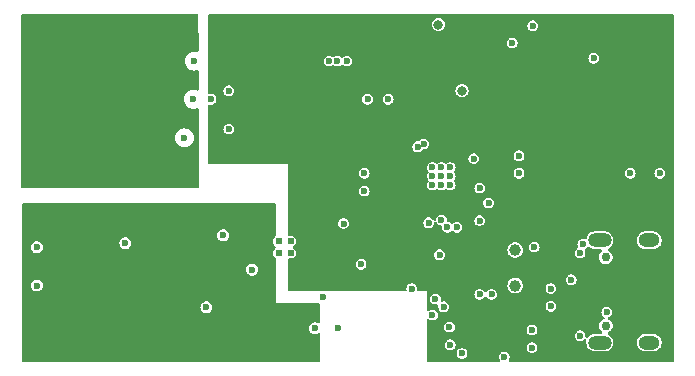
<source format=gbr>
%TF.GenerationSoftware,KiCad,Pcbnew,8.0.7*%
%TF.CreationDate,2025-01-06T14:24:51-08:00*%
%TF.ProjectId,motion-play-power,6d6f7469-6f6e-42d7-906c-61792d706f77,rev?*%
%TF.SameCoordinates,Original*%
%TF.FileFunction,Copper,L3,Inr*%
%TF.FilePolarity,Positive*%
%FSLAX46Y46*%
G04 Gerber Fmt 4.6, Leading zero omitted, Abs format (unit mm)*
G04 Created by KiCad (PCBNEW 8.0.7) date 2025-01-06 14:24:51*
%MOMM*%
%LPD*%
G01*
G04 APERTURE LIST*
%TA.AperFunction,ComponentPad*%
%ADD10C,0.750000*%
%TD*%
%TA.AperFunction,ComponentPad*%
%ADD11O,2.000000X1.200000*%
%TD*%
%TA.AperFunction,ComponentPad*%
%ADD12O,1.800000X1.200000*%
%TD*%
%TA.AperFunction,ComponentPad*%
%ADD13C,0.610000*%
%TD*%
%TA.AperFunction,ViaPad*%
%ADD14C,0.600000*%
%TD*%
%TA.AperFunction,ViaPad*%
%ADD15C,1.000000*%
%TD*%
%TA.AperFunction,ViaPad*%
%ADD16C,0.800000*%
%TD*%
G04 APERTURE END LIST*
D10*
%TO.N,*%
%TO.C,USBC1*%
X176422500Y-105650000D03*
X176422500Y-99850000D03*
D11*
%TO.N,GND*%
X175922500Y-107080000D03*
%TO.N,N/C*%
X175922500Y-98420000D03*
D12*
X180102500Y-98420000D03*
X180102500Y-107080000D03*
%TD*%
D13*
%TO.N,*%
%TO.C,U5*%
X149750000Y-98500000D03*
X148750000Y-98500000D03*
X149750000Y-99500000D03*
X148750000Y-99500000D03*
%TD*%
D14*
%TO.N,Net-(U4-FB)*%
X140750000Y-89750000D03*
X144500000Y-89000000D03*
%TO.N,GND*%
X128250000Y-102250000D03*
X128250000Y-99000000D03*
X168500000Y-81712500D03*
X170250000Y-80250000D03*
X178500000Y-92750000D03*
X181000000Y-92750000D03*
%TO.N,+3.3V*%
X146500000Y-96500000D03*
D15*
%TO.N,/Battery Management/VSYS*%
X157000000Y-97000000D03*
X152000000Y-96250000D03*
D14*
%TO.N,GND*%
X174250000Y-99500000D03*
X174475668Y-98757853D03*
D15*
%TO.N,Protected_VBUS*%
X168750000Y-99250000D03*
X168750000Y-102250000D03*
D14*
%TO.N,GND*%
X174250000Y-106500000D03*
%TO.N,+3.3V*%
X141500000Y-98000000D03*
X141500000Y-96250000D03*
D15*
%TO.N,+5V*%
X135750000Y-93500000D03*
%TO.N,/Battery Management/VSYS*%
X162000000Y-88250000D03*
D14*
%TO.N,/Battery Management/CHRG_PG*%
X155700735Y-100450735D03*
D15*
%TO.N,/Battery Management/VSYS*%
X158000000Y-88750000D03*
X156250000Y-88750000D03*
D14*
%TO.N,GND*%
X144500000Y-85750000D03*
D15*
%TO.N,/Battery Management/VSYS*%
X143250000Y-89750000D03*
X146750000Y-84750000D03*
X149750000Y-87500000D03*
%TO.N,+5V*%
X141500000Y-88500000D03*
X140000000Y-87000000D03*
D14*
%TO.N,GND*%
X154500000Y-83250000D03*
X153000000Y-83250000D03*
X166750000Y-103000000D03*
X155975000Y-94250000D03*
X163250000Y-93750000D03*
X156250000Y-86475000D03*
X161750000Y-92250000D03*
X170175000Y-106000000D03*
X169075000Y-91250000D03*
X141500000Y-86475000D03*
X162500000Y-92250000D03*
X165750000Y-94000000D03*
X163178305Y-105770565D03*
X170175000Y-107500000D03*
X165250000Y-91500000D03*
X175400000Y-83000000D03*
X165750000Y-103000000D03*
X170362500Y-99000000D03*
X161429826Y-96929826D03*
X143000000Y-86475000D03*
X162500000Y-93000000D03*
X144025000Y-98000000D03*
X141580000Y-83250000D03*
X171775000Y-104010000D03*
X161000000Y-90250000D03*
X169075000Y-92750000D03*
X158000000Y-86475000D03*
X135750000Y-98657500D03*
X163250000Y-107250000D03*
X161750000Y-93750000D03*
X155975000Y-92750000D03*
X160500000Y-90500000D03*
X154225000Y-97000000D03*
X161750000Y-93000000D03*
X164250000Y-108000000D03*
X171775000Y-102500000D03*
X146480000Y-100900000D03*
X163250000Y-92250000D03*
X163250000Y-93000000D03*
X162500000Y-93750000D03*
X153700000Y-83250000D03*
X142610000Y-104097500D03*
%TO.N,+3.3V*%
X132750000Y-98657500D03*
%TO.N,Net-(F1-Pad1)*%
X173500000Y-101750000D03*
X176500000Y-104500000D03*
%TO.N,I2C_SDA*%
X162700380Y-104049620D03*
X163817039Y-97325000D03*
X160000000Y-102500000D03*
%TO.N,I2C_SCL*%
X162357818Y-99632818D03*
X163017072Y-97317499D03*
%TO.N,/Battery Management/CHRG_INT*%
X161750000Y-104750000D03*
X165750000Y-96750000D03*
X162000000Y-103399620D03*
X153750000Y-105875000D03*
%TO.N,/Battery Management/CHRG_STAT*%
X152500000Y-103250000D03*
X162506927Y-96701255D03*
%TO.N,/Connectors/USB_ALERT*%
X151804443Y-105875000D03*
X167832087Y-108289729D03*
%TO.N,/Battery Management/CHRG_PG*%
X166500000Y-95250000D03*
D16*
%TO.N,VBAT*%
X162250000Y-80150000D03*
X164250000Y-85750000D03*
%TD*%
%TA.AperFunction,Conductor*%
%TO.N,+3.3V*%
G36*
X148443039Y-95269685D02*
G01*
X148488794Y-95322489D01*
X148500000Y-95374000D01*
X148500000Y-97992067D01*
X148480315Y-98059106D01*
X148443040Y-98096382D01*
X148415565Y-98114039D01*
X148415558Y-98114045D01*
X148320376Y-98223891D01*
X148320371Y-98223899D01*
X148259989Y-98356120D01*
X148259988Y-98356121D01*
X148239302Y-98500000D01*
X148259988Y-98643878D01*
X148259989Y-98643879D01*
X148320371Y-98776100D01*
X148320374Y-98776104D01*
X148415564Y-98885960D01*
X148415566Y-98885961D01*
X148415568Y-98885963D01*
X148430695Y-98895685D01*
X148476450Y-98948489D01*
X148486394Y-99017647D01*
X148457369Y-99081203D01*
X148430698Y-99104313D01*
X148422157Y-99109802D01*
X148415562Y-99114041D01*
X148415558Y-99114045D01*
X148320376Y-99223891D01*
X148320371Y-99223899D01*
X148259989Y-99356120D01*
X148259988Y-99356121D01*
X148239302Y-99500000D01*
X148259988Y-99643878D01*
X148259989Y-99643879D01*
X148320371Y-99776100D01*
X148320374Y-99776104D01*
X148415564Y-99885960D01*
X148443038Y-99903616D01*
X148488793Y-99956418D01*
X148500000Y-100007932D01*
X148500000Y-103750000D01*
X152126000Y-103750000D01*
X152193039Y-103769685D01*
X152238794Y-103822489D01*
X152250000Y-103874000D01*
X152250000Y-105339307D01*
X152230315Y-105406346D01*
X152177511Y-105452101D01*
X152108353Y-105462045D01*
X152058961Y-105443623D01*
X152014496Y-105415047D01*
X152014494Y-105415046D01*
X152014492Y-105415045D01*
X152014493Y-105415045D01*
X151876406Y-105374500D01*
X151876404Y-105374500D01*
X151732482Y-105374500D01*
X151732479Y-105374500D01*
X151594392Y-105415045D01*
X151473316Y-105492856D01*
X151379066Y-105601626D01*
X151379065Y-105601628D01*
X151319277Y-105732543D01*
X151298796Y-105875000D01*
X151319277Y-106017456D01*
X151379065Y-106148371D01*
X151379066Y-106148373D01*
X151473315Y-106257143D01*
X151594390Y-106334953D01*
X151594393Y-106334954D01*
X151594392Y-106334954D01*
X151732479Y-106375499D01*
X151732481Y-106375500D01*
X151732482Y-106375500D01*
X151876405Y-106375500D01*
X151876405Y-106375499D01*
X152014496Y-106334953D01*
X152058963Y-106306375D01*
X152125999Y-106286692D01*
X152193038Y-106306376D01*
X152238794Y-106359179D01*
X152250000Y-106410692D01*
X152250000Y-108625500D01*
X152230315Y-108692539D01*
X152177511Y-108738294D01*
X152126000Y-108749500D01*
X127124000Y-108749500D01*
X127056961Y-108729815D01*
X127011206Y-108677011D01*
X127000000Y-108625500D01*
X127000000Y-104097500D01*
X142104353Y-104097500D01*
X142124834Y-104239956D01*
X142184622Y-104370871D01*
X142184623Y-104370873D01*
X142278872Y-104479643D01*
X142399947Y-104557453D01*
X142399950Y-104557454D01*
X142399949Y-104557454D01*
X142538036Y-104597999D01*
X142538038Y-104598000D01*
X142538039Y-104598000D01*
X142681962Y-104598000D01*
X142681962Y-104597999D01*
X142820053Y-104557453D01*
X142941128Y-104479643D01*
X143035377Y-104370873D01*
X143095165Y-104239957D01*
X143115647Y-104097500D01*
X143095165Y-103955043D01*
X143035377Y-103824127D01*
X142941128Y-103715357D01*
X142820053Y-103637547D01*
X142820051Y-103637546D01*
X142820049Y-103637545D01*
X142820050Y-103637545D01*
X142681963Y-103597000D01*
X142681961Y-103597000D01*
X142538039Y-103597000D01*
X142538036Y-103597000D01*
X142399949Y-103637545D01*
X142278873Y-103715356D01*
X142184623Y-103824126D01*
X142184622Y-103824128D01*
X142124834Y-103955043D01*
X142104353Y-104097500D01*
X127000000Y-104097500D01*
X127000000Y-102250000D01*
X127744353Y-102250000D01*
X127764834Y-102392456D01*
X127824622Y-102523371D01*
X127824623Y-102523373D01*
X127918872Y-102632143D01*
X128039947Y-102709953D01*
X128039950Y-102709954D01*
X128039949Y-102709954D01*
X128147107Y-102741417D01*
X128174633Y-102749500D01*
X128178036Y-102750499D01*
X128178038Y-102750500D01*
X128178039Y-102750500D01*
X128321962Y-102750500D01*
X128321962Y-102750499D01*
X128460053Y-102709953D01*
X128581128Y-102632143D01*
X128675377Y-102523373D01*
X128735165Y-102392457D01*
X128755647Y-102250000D01*
X128735165Y-102107543D01*
X128675377Y-101976627D01*
X128581128Y-101867857D01*
X128460053Y-101790047D01*
X128460051Y-101790046D01*
X128460049Y-101790045D01*
X128460050Y-101790045D01*
X128321963Y-101749500D01*
X128321961Y-101749500D01*
X128178039Y-101749500D01*
X128178036Y-101749500D01*
X128039949Y-101790045D01*
X127918873Y-101867856D01*
X127824623Y-101976626D01*
X127824622Y-101976628D01*
X127764834Y-102107543D01*
X127744353Y-102250000D01*
X127000000Y-102250000D01*
X127000000Y-100900000D01*
X145974353Y-100900000D01*
X145994834Y-101042456D01*
X146054622Y-101173371D01*
X146054623Y-101173373D01*
X146148872Y-101282143D01*
X146269947Y-101359953D01*
X146269950Y-101359954D01*
X146269949Y-101359954D01*
X146408036Y-101400499D01*
X146408038Y-101400500D01*
X146408039Y-101400500D01*
X146551962Y-101400500D01*
X146551962Y-101400499D01*
X146690053Y-101359953D01*
X146811128Y-101282143D01*
X146905377Y-101173373D01*
X146965165Y-101042457D01*
X146985647Y-100900000D01*
X146965165Y-100757543D01*
X146905377Y-100626627D01*
X146811128Y-100517857D01*
X146690053Y-100440047D01*
X146690051Y-100440046D01*
X146690049Y-100440045D01*
X146690050Y-100440045D01*
X146551963Y-100399500D01*
X146551961Y-100399500D01*
X146408039Y-100399500D01*
X146408036Y-100399500D01*
X146269949Y-100440045D01*
X146148873Y-100517856D01*
X146054623Y-100626626D01*
X146054622Y-100626628D01*
X145994834Y-100757543D01*
X145974353Y-100900000D01*
X127000000Y-100900000D01*
X127000000Y-99000000D01*
X127744353Y-99000000D01*
X127764834Y-99142456D01*
X127824622Y-99273371D01*
X127824623Y-99273373D01*
X127918872Y-99382143D01*
X128039947Y-99459953D01*
X128039950Y-99459954D01*
X128039949Y-99459954D01*
X128147107Y-99491417D01*
X128176336Y-99500000D01*
X128178036Y-99500499D01*
X128178038Y-99500500D01*
X128178039Y-99500500D01*
X128321962Y-99500500D01*
X128321962Y-99500499D01*
X128460053Y-99459953D01*
X128581128Y-99382143D01*
X128675377Y-99273373D01*
X128735165Y-99142457D01*
X128755647Y-99000000D01*
X128735165Y-98857543D01*
X128675377Y-98726627D01*
X128615479Y-98657500D01*
X135244353Y-98657500D01*
X135264834Y-98799956D01*
X135304112Y-98885961D01*
X135324623Y-98930873D01*
X135418872Y-99039643D01*
X135539947Y-99117453D01*
X135539950Y-99117454D01*
X135539949Y-99117454D01*
X135678036Y-99157999D01*
X135678038Y-99158000D01*
X135678039Y-99158000D01*
X135821962Y-99158000D01*
X135821962Y-99157999D01*
X135960053Y-99117453D01*
X136081128Y-99039643D01*
X136175377Y-98930873D01*
X136235165Y-98799957D01*
X136255647Y-98657500D01*
X136235165Y-98515043D01*
X136175377Y-98384127D01*
X136081128Y-98275357D01*
X135960053Y-98197547D01*
X135960051Y-98197546D01*
X135960049Y-98197545D01*
X135960050Y-98197545D01*
X135821963Y-98157000D01*
X135821961Y-98157000D01*
X135678039Y-98157000D01*
X135678036Y-98157000D01*
X135539949Y-98197545D01*
X135418873Y-98275356D01*
X135324623Y-98384126D01*
X135324622Y-98384128D01*
X135264834Y-98515043D01*
X135244353Y-98657500D01*
X128615479Y-98657500D01*
X128581128Y-98617857D01*
X128460053Y-98540047D01*
X128460051Y-98540046D01*
X128460049Y-98540045D01*
X128460050Y-98540045D01*
X128321963Y-98499500D01*
X128321961Y-98499500D01*
X128178039Y-98499500D01*
X128178036Y-98499500D01*
X128039949Y-98540045D01*
X127918873Y-98617856D01*
X127824623Y-98726626D01*
X127824622Y-98726628D01*
X127764834Y-98857543D01*
X127744353Y-99000000D01*
X127000000Y-99000000D01*
X127000000Y-98000000D01*
X143519353Y-98000000D01*
X143539834Y-98142456D01*
X143599622Y-98273371D01*
X143599623Y-98273373D01*
X143693872Y-98382143D01*
X143814947Y-98459953D01*
X143814950Y-98459954D01*
X143814949Y-98459954D01*
X143922107Y-98491417D01*
X143951336Y-98500000D01*
X143953036Y-98500499D01*
X143953038Y-98500500D01*
X143953039Y-98500500D01*
X144096962Y-98500500D01*
X144096962Y-98500499D01*
X144235053Y-98459953D01*
X144356128Y-98382143D01*
X144450377Y-98273373D01*
X144510165Y-98142457D01*
X144530647Y-98000000D01*
X144510165Y-97857543D01*
X144450377Y-97726627D01*
X144356128Y-97617857D01*
X144235053Y-97540047D01*
X144235051Y-97540046D01*
X144235049Y-97540045D01*
X144235050Y-97540045D01*
X144096963Y-97499500D01*
X144096961Y-97499500D01*
X143953039Y-97499500D01*
X143953036Y-97499500D01*
X143814949Y-97540045D01*
X143693873Y-97617856D01*
X143599623Y-97726626D01*
X143599622Y-97726628D01*
X143539834Y-97857543D01*
X143519353Y-98000000D01*
X127000000Y-98000000D01*
X127000000Y-95374000D01*
X127019685Y-95306961D01*
X127072489Y-95261206D01*
X127124000Y-95250000D01*
X148376000Y-95250000D01*
X148443039Y-95269685D01*
G37*
%TD.AperFunction*%
%TD*%
%TA.AperFunction,Conductor*%
%TO.N,/Battery Management/VSYS*%
G36*
X182127539Y-79270185D02*
G01*
X182173294Y-79322989D01*
X182184500Y-79374500D01*
X182184500Y-108625500D01*
X182164815Y-108692539D01*
X182112011Y-108738294D01*
X182060500Y-108749500D01*
X168301312Y-108749500D01*
X168234273Y-108729815D01*
X168188518Y-108677011D01*
X168178574Y-108607853D01*
X168207599Y-108544297D01*
X168207600Y-108544297D01*
X168214966Y-108535796D01*
X168214966Y-108535794D01*
X168214969Y-108535792D01*
X168268784Y-108417955D01*
X168287220Y-108289729D01*
X168268784Y-108161503D01*
X168214969Y-108043666D01*
X168130136Y-107945762D01*
X168021156Y-107875725D01*
X168021152Y-107875723D01*
X168021151Y-107875723D01*
X167896861Y-107839229D01*
X167896859Y-107839229D01*
X167767315Y-107839229D01*
X167767313Y-107839229D01*
X167643022Y-107875723D01*
X167643019Y-107875724D01*
X167643018Y-107875725D01*
X167591764Y-107908663D01*
X167534037Y-107945762D01*
X167449205Y-108043666D01*
X167449204Y-108043667D01*
X167395389Y-108161503D01*
X167376954Y-108289729D01*
X167395389Y-108417954D01*
X167449204Y-108535790D01*
X167449207Y-108535796D01*
X167456574Y-108544297D01*
X167485600Y-108607852D01*
X167475657Y-108677011D01*
X167429902Y-108729815D01*
X167362863Y-108749500D01*
X161374000Y-108749500D01*
X161306961Y-108729815D01*
X161261206Y-108677011D01*
X161250000Y-108625500D01*
X161250000Y-108000000D01*
X163794867Y-108000000D01*
X163813302Y-108128225D01*
X163828500Y-108161503D01*
X163867118Y-108246063D01*
X163951951Y-108343967D01*
X164060931Y-108414004D01*
X164185225Y-108450499D01*
X164185227Y-108450500D01*
X164185228Y-108450500D01*
X164314773Y-108450500D01*
X164314773Y-108450499D01*
X164439069Y-108414004D01*
X164548049Y-108343967D01*
X164632882Y-108246063D01*
X164686697Y-108128226D01*
X164705133Y-108000000D01*
X164686697Y-107871774D01*
X164632882Y-107753937D01*
X164548049Y-107656033D01*
X164439069Y-107585996D01*
X164439065Y-107585994D01*
X164439064Y-107585994D01*
X164314774Y-107549500D01*
X164314772Y-107549500D01*
X164185228Y-107549500D01*
X164185226Y-107549500D01*
X164060935Y-107585994D01*
X164060932Y-107585995D01*
X164060931Y-107585996D01*
X164009677Y-107618934D01*
X163951950Y-107656033D01*
X163867118Y-107753937D01*
X163867117Y-107753938D01*
X163813302Y-107871774D01*
X163794867Y-108000000D01*
X161250000Y-108000000D01*
X161250000Y-107250000D01*
X162794867Y-107250000D01*
X162813302Y-107378225D01*
X162839454Y-107435488D01*
X162867118Y-107496063D01*
X162951951Y-107593967D01*
X163060931Y-107664004D01*
X163185225Y-107700499D01*
X163185227Y-107700500D01*
X163185228Y-107700500D01*
X163314773Y-107700500D01*
X163314773Y-107700499D01*
X163439069Y-107664004D01*
X163548049Y-107593967D01*
X163629471Y-107500000D01*
X169719867Y-107500000D01*
X169738302Y-107628225D01*
X169754642Y-107664004D01*
X169792118Y-107746063D01*
X169865282Y-107830500D01*
X169872845Y-107839229D01*
X169876951Y-107843967D01*
X169985931Y-107914004D01*
X170110225Y-107950499D01*
X170110227Y-107950500D01*
X170110228Y-107950500D01*
X170239773Y-107950500D01*
X170239773Y-107950499D01*
X170364069Y-107914004D01*
X170473049Y-107843967D01*
X170557882Y-107746063D01*
X170611697Y-107628226D01*
X170630133Y-107500000D01*
X170611697Y-107371774D01*
X170557882Y-107253937D01*
X170473049Y-107156033D01*
X170364069Y-107085996D01*
X170364065Y-107085994D01*
X170364064Y-107085994D01*
X170239774Y-107049500D01*
X170239772Y-107049500D01*
X170110228Y-107049500D01*
X170110226Y-107049500D01*
X169985935Y-107085994D01*
X169985932Y-107085995D01*
X169985931Y-107085996D01*
X169934677Y-107118934D01*
X169876950Y-107156033D01*
X169792118Y-107253937D01*
X169792117Y-107253938D01*
X169738302Y-107371774D01*
X169719867Y-107500000D01*
X163629471Y-107500000D01*
X163632882Y-107496063D01*
X163686697Y-107378226D01*
X163705133Y-107250000D01*
X163686697Y-107121774D01*
X163632882Y-107003937D01*
X163548049Y-106906033D01*
X163439069Y-106835996D01*
X163439065Y-106835994D01*
X163439064Y-106835994D01*
X163314774Y-106799500D01*
X163314772Y-106799500D01*
X163185228Y-106799500D01*
X163185226Y-106799500D01*
X163060935Y-106835994D01*
X163060932Y-106835995D01*
X163060931Y-106835996D01*
X163021889Y-106861087D01*
X162951950Y-106906033D01*
X162867118Y-107003937D01*
X162867117Y-107003938D01*
X162813302Y-107121774D01*
X162794867Y-107250000D01*
X161250000Y-107250000D01*
X161250000Y-106500000D01*
X173794867Y-106500000D01*
X173813302Y-106628225D01*
X173821154Y-106645418D01*
X173867118Y-106746063D01*
X173951951Y-106843967D01*
X174060931Y-106914004D01*
X174079806Y-106919546D01*
X174185225Y-106950499D01*
X174185227Y-106950500D01*
X174185228Y-106950500D01*
X174314773Y-106950500D01*
X174314773Y-106950499D01*
X174439069Y-106914004D01*
X174548049Y-106843967D01*
X174573883Y-106814152D01*
X174632656Y-106776379D01*
X174702526Y-106776377D01*
X174761305Y-106814149D01*
X174790332Y-106877704D01*
X174789212Y-106919546D01*
X174772000Y-107006077D01*
X174772000Y-107006082D01*
X174772000Y-107153918D01*
X174772000Y-107153920D01*
X174771999Y-107153920D01*
X174800840Y-107298907D01*
X174800843Y-107298917D01*
X174857412Y-107435488D01*
X174857419Y-107435501D01*
X174939548Y-107558415D01*
X174939551Y-107558419D01*
X175044080Y-107662948D01*
X175044084Y-107662951D01*
X175166998Y-107745080D01*
X175167011Y-107745087D01*
X175303582Y-107801656D01*
X175303587Y-107801658D01*
X175303591Y-107801658D01*
X175303592Y-107801659D01*
X175448579Y-107830500D01*
X175448582Y-107830500D01*
X176396420Y-107830500D01*
X176493962Y-107811096D01*
X176541413Y-107801658D01*
X176656622Y-107753937D01*
X176677988Y-107745087D01*
X176677988Y-107745086D01*
X176677995Y-107745084D01*
X176800916Y-107662951D01*
X176905451Y-107558416D01*
X176987584Y-107435495D01*
X177044158Y-107298913D01*
X177053888Y-107250000D01*
X177073000Y-107153920D01*
X179051999Y-107153920D01*
X179080840Y-107298907D01*
X179080843Y-107298917D01*
X179137412Y-107435488D01*
X179137419Y-107435501D01*
X179219548Y-107558415D01*
X179219551Y-107558419D01*
X179324080Y-107662948D01*
X179324084Y-107662951D01*
X179446998Y-107745080D01*
X179447011Y-107745087D01*
X179583582Y-107801656D01*
X179583587Y-107801658D01*
X179583591Y-107801658D01*
X179583592Y-107801659D01*
X179728579Y-107830500D01*
X179728582Y-107830500D01*
X180476420Y-107830500D01*
X180573962Y-107811096D01*
X180621413Y-107801658D01*
X180736622Y-107753937D01*
X180757988Y-107745087D01*
X180757988Y-107745086D01*
X180757995Y-107745084D01*
X180880916Y-107662951D01*
X180985451Y-107558416D01*
X181067584Y-107435495D01*
X181124158Y-107298913D01*
X181133888Y-107250000D01*
X181153000Y-107153920D01*
X181153000Y-107006079D01*
X181124159Y-106861092D01*
X181124158Y-106861091D01*
X181124158Y-106861087D01*
X181076514Y-106746063D01*
X181067587Y-106724511D01*
X181067580Y-106724498D01*
X180985451Y-106601584D01*
X180985448Y-106601580D01*
X180880919Y-106497051D01*
X180880915Y-106497048D01*
X180758001Y-106414919D01*
X180757988Y-106414912D01*
X180621417Y-106358343D01*
X180621407Y-106358340D01*
X180476420Y-106329500D01*
X180476418Y-106329500D01*
X179728582Y-106329500D01*
X179728580Y-106329500D01*
X179583592Y-106358340D01*
X179583582Y-106358343D01*
X179447011Y-106414912D01*
X179446998Y-106414919D01*
X179324084Y-106497048D01*
X179324080Y-106497051D01*
X179219551Y-106601580D01*
X179219548Y-106601584D01*
X179137419Y-106724498D01*
X179137412Y-106724511D01*
X179080843Y-106861082D01*
X179080840Y-106861092D01*
X179052000Y-107006079D01*
X179052000Y-107006082D01*
X179052000Y-107153918D01*
X179052000Y-107153920D01*
X179051999Y-107153920D01*
X177073000Y-107153920D01*
X177073000Y-107006079D01*
X177044159Y-106861092D01*
X177044158Y-106861091D01*
X177044158Y-106861087D01*
X176996514Y-106746063D01*
X176987587Y-106724511D01*
X176987580Y-106724498D01*
X176905451Y-106601584D01*
X176905448Y-106601580D01*
X176800919Y-106497051D01*
X176800915Y-106497048D01*
X176678001Y-106414919D01*
X176677991Y-106414914D01*
X176660297Y-106407585D01*
X176605894Y-106363744D01*
X176583829Y-106297450D01*
X176601108Y-106229750D01*
X176645750Y-106185637D01*
X176775865Y-106110515D01*
X176883015Y-106003365D01*
X176958781Y-105872135D01*
X176998000Y-105725766D01*
X176998000Y-105574234D01*
X176958781Y-105427865D01*
X176958049Y-105426598D01*
X176917612Y-105356559D01*
X176883015Y-105296635D01*
X176775865Y-105189485D01*
X176773476Y-105188105D01*
X176679419Y-105133800D01*
X176631204Y-105083233D01*
X176617982Y-105014626D01*
X176643950Y-104949761D01*
X176682184Y-104919695D01*
X176681608Y-104918798D01*
X176689066Y-104914004D01*
X176689069Y-104914004D01*
X176798049Y-104843967D01*
X176882882Y-104746063D01*
X176936697Y-104628226D01*
X176955133Y-104500000D01*
X176936697Y-104371774D01*
X176882882Y-104253937D01*
X176798049Y-104156033D01*
X176689069Y-104085996D01*
X176689065Y-104085994D01*
X176689064Y-104085994D01*
X176564774Y-104049500D01*
X176564772Y-104049500D01*
X176435228Y-104049500D01*
X176435226Y-104049500D01*
X176310935Y-104085994D01*
X176310932Y-104085995D01*
X176310931Y-104085996D01*
X176259677Y-104118934D01*
X176201950Y-104156033D01*
X176117118Y-104253937D01*
X176117117Y-104253938D01*
X176063302Y-104371774D01*
X176044867Y-104500000D01*
X176063302Y-104628225D01*
X176117117Y-104746061D01*
X176117118Y-104746063D01*
X176201951Y-104843967D01*
X176261912Y-104882501D01*
X176307666Y-104935304D01*
X176317610Y-105004462D01*
X176288586Y-105068018D01*
X176229808Y-105105793D01*
X176226968Y-105106590D01*
X176200365Y-105113718D01*
X176069135Y-105189485D01*
X176069132Y-105189487D01*
X175961987Y-105296632D01*
X175961985Y-105296635D01*
X175886219Y-105427863D01*
X175847000Y-105574234D01*
X175847000Y-105725765D01*
X175886219Y-105872136D01*
X175887873Y-105875000D01*
X175961985Y-106003365D01*
X175961987Y-106003367D01*
X176074882Y-106116262D01*
X176072863Y-106118280D01*
X176105920Y-106163555D01*
X176110073Y-106233302D01*
X176075859Y-106294221D01*
X176014141Y-106326972D01*
X175989230Y-106329500D01*
X175448580Y-106329500D01*
X175303592Y-106358340D01*
X175303582Y-106358343D01*
X175167011Y-106414912D01*
X175166998Y-106414919D01*
X175044084Y-106497048D01*
X175044080Y-106497051D01*
X174939549Y-106601582D01*
X174925864Y-106622064D01*
X174872251Y-106666868D01*
X174802926Y-106675574D01*
X174739899Y-106645418D01*
X174703181Y-106585974D01*
X174700025Y-106535525D01*
X174705133Y-106500000D01*
X174686697Y-106371774D01*
X174632882Y-106253937D01*
X174548049Y-106156033D01*
X174439069Y-106085996D01*
X174439065Y-106085994D01*
X174439064Y-106085994D01*
X174314774Y-106049500D01*
X174314772Y-106049500D01*
X174185228Y-106049500D01*
X174185226Y-106049500D01*
X174060935Y-106085994D01*
X174060932Y-106085995D01*
X174060931Y-106085996D01*
X174022783Y-106110512D01*
X173951950Y-106156033D01*
X173867118Y-106253937D01*
X173867117Y-106253938D01*
X173813302Y-106371774D01*
X173794867Y-106500000D01*
X161250000Y-106500000D01*
X161250000Y-105770565D01*
X162723172Y-105770565D01*
X162741607Y-105898790D01*
X162787829Y-106000000D01*
X162795423Y-106016628D01*
X162880256Y-106114532D01*
X162989236Y-106184569D01*
X163057263Y-106204543D01*
X163113530Y-106221064D01*
X163113532Y-106221065D01*
X163113533Y-106221065D01*
X163243078Y-106221065D01*
X163243078Y-106221064D01*
X163367374Y-106184569D01*
X163476354Y-106114532D01*
X163561187Y-106016628D01*
X163568781Y-106000000D01*
X169719867Y-106000000D01*
X169738302Y-106128225D01*
X169782727Y-106225500D01*
X169792118Y-106246063D01*
X169876951Y-106343967D01*
X169985931Y-106414004D01*
X170110225Y-106450499D01*
X170110227Y-106450500D01*
X170110228Y-106450500D01*
X170239773Y-106450500D01*
X170239773Y-106450499D01*
X170364069Y-106414004D01*
X170473049Y-106343967D01*
X170557882Y-106246063D01*
X170611697Y-106128226D01*
X170630133Y-106000000D01*
X170611697Y-105871774D01*
X170557882Y-105753937D01*
X170473049Y-105656033D01*
X170364069Y-105585996D01*
X170364065Y-105585994D01*
X170364064Y-105585994D01*
X170239774Y-105549500D01*
X170239772Y-105549500D01*
X170110228Y-105549500D01*
X170110226Y-105549500D01*
X169985935Y-105585994D01*
X169985932Y-105585995D01*
X169985931Y-105585996D01*
X169954776Y-105606018D01*
X169876950Y-105656033D01*
X169792118Y-105753937D01*
X169792117Y-105753938D01*
X169738302Y-105871774D01*
X169719867Y-106000000D01*
X163568781Y-106000000D01*
X163615002Y-105898791D01*
X163633438Y-105770565D01*
X163615002Y-105642339D01*
X163561187Y-105524502D01*
X163476354Y-105426598D01*
X163367374Y-105356561D01*
X163367370Y-105356559D01*
X163367369Y-105356559D01*
X163243079Y-105320065D01*
X163243077Y-105320065D01*
X163113533Y-105320065D01*
X163113531Y-105320065D01*
X162989240Y-105356559D01*
X162989237Y-105356560D01*
X162989236Y-105356561D01*
X162937982Y-105389499D01*
X162880255Y-105426598D01*
X162795423Y-105524502D01*
X162795422Y-105524503D01*
X162741607Y-105642339D01*
X162723172Y-105770565D01*
X161250000Y-105770565D01*
X161250000Y-105190497D01*
X161269685Y-105123458D01*
X161322489Y-105077703D01*
X161391647Y-105067759D01*
X161443138Y-105091274D01*
X161444490Y-105089172D01*
X161451950Y-105093966D01*
X161451951Y-105093967D01*
X161560931Y-105164004D01*
X161685225Y-105200499D01*
X161685227Y-105200500D01*
X161685228Y-105200500D01*
X161814773Y-105200500D01*
X161814773Y-105200499D01*
X161939069Y-105164004D01*
X162048049Y-105093967D01*
X162132882Y-104996063D01*
X162186697Y-104878226D01*
X162205133Y-104750000D01*
X162186697Y-104621774D01*
X162132882Y-104503937D01*
X162048049Y-104406033D01*
X161939069Y-104335996D01*
X161939065Y-104335994D01*
X161939064Y-104335994D01*
X161814774Y-104299500D01*
X161814772Y-104299500D01*
X161685228Y-104299500D01*
X161685226Y-104299500D01*
X161560935Y-104335994D01*
X161560932Y-104335995D01*
X161560931Y-104335996D01*
X161451951Y-104406033D01*
X161444490Y-104410828D01*
X161443138Y-104408725D01*
X161391641Y-104432241D01*
X161322483Y-104422294D01*
X161269681Y-104376536D01*
X161250000Y-104309502D01*
X161250000Y-103399620D01*
X161544867Y-103399620D01*
X161563302Y-103527845D01*
X161617117Y-103645681D01*
X161617118Y-103645683D01*
X161701951Y-103743587D01*
X161810931Y-103813624D01*
X161935225Y-103850119D01*
X161935227Y-103850120D01*
X161935228Y-103850120D01*
X162064771Y-103850120D01*
X162064772Y-103850120D01*
X162098019Y-103840357D01*
X162167885Y-103840357D01*
X162226664Y-103878131D01*
X162255690Y-103941686D01*
X162255690Y-103976981D01*
X162245247Y-104049618D01*
X162245247Y-104049619D01*
X162263682Y-104177845D01*
X162298433Y-104253937D01*
X162317498Y-104295683D01*
X162402331Y-104393587D01*
X162511311Y-104463624D01*
X162635605Y-104500119D01*
X162635607Y-104500120D01*
X162635608Y-104500120D01*
X162765153Y-104500120D01*
X162765153Y-104500119D01*
X162889449Y-104463624D01*
X162998429Y-104393587D01*
X163083262Y-104295683D01*
X163137077Y-104177846D01*
X163155513Y-104049620D01*
X163149817Y-104010000D01*
X171319867Y-104010000D01*
X171338302Y-104138225D01*
X171392117Y-104256061D01*
X171392118Y-104256063D01*
X171476951Y-104353967D01*
X171585931Y-104424004D01*
X171710225Y-104460499D01*
X171710227Y-104460500D01*
X171710228Y-104460500D01*
X171839773Y-104460500D01*
X171839773Y-104460499D01*
X171964069Y-104424004D01*
X172073049Y-104353967D01*
X172157882Y-104256063D01*
X172211697Y-104138226D01*
X172230133Y-104010000D01*
X172211697Y-103881774D01*
X172157882Y-103763937D01*
X172073049Y-103666033D01*
X171964069Y-103595996D01*
X171964065Y-103595994D01*
X171964064Y-103595994D01*
X171839774Y-103559500D01*
X171839772Y-103559500D01*
X171710228Y-103559500D01*
X171710226Y-103559500D01*
X171585935Y-103595994D01*
X171585932Y-103595995D01*
X171585931Y-103595996D01*
X171565880Y-103608882D01*
X171476950Y-103666033D01*
X171392118Y-103763937D01*
X171392117Y-103763938D01*
X171338302Y-103881774D01*
X171319867Y-104010000D01*
X163149817Y-104010000D01*
X163137077Y-103921394D01*
X163083262Y-103803557D01*
X162998429Y-103705653D01*
X162889449Y-103635616D01*
X162889445Y-103635614D01*
X162889444Y-103635614D01*
X162765154Y-103599120D01*
X162765152Y-103599120D01*
X162635608Y-103599120D01*
X162602360Y-103608882D01*
X162532490Y-103608881D01*
X162473713Y-103571105D01*
X162444689Y-103507549D01*
X162444689Y-103472257D01*
X162455133Y-103399620D01*
X162436697Y-103271394D01*
X162382882Y-103153557D01*
X162298049Y-103055653D01*
X162211451Y-103000000D01*
X165294867Y-103000000D01*
X165313302Y-103128225D01*
X165338679Y-103183791D01*
X165367118Y-103246063D01*
X165451951Y-103343967D01*
X165560931Y-103414004D01*
X165685225Y-103450499D01*
X165685227Y-103450500D01*
X165685228Y-103450500D01*
X165814773Y-103450500D01*
X165814773Y-103450499D01*
X165939069Y-103414004D01*
X166048049Y-103343967D01*
X166132882Y-103246063D01*
X166137206Y-103236595D01*
X166182961Y-103183791D01*
X166250000Y-103164107D01*
X166317040Y-103183792D01*
X166362794Y-103236595D01*
X166367118Y-103246063D01*
X166451951Y-103343967D01*
X166560931Y-103414004D01*
X166685225Y-103450499D01*
X166685227Y-103450500D01*
X166685228Y-103450500D01*
X166814773Y-103450500D01*
X166814773Y-103450499D01*
X166939069Y-103414004D01*
X167048049Y-103343967D01*
X167132882Y-103246063D01*
X167186697Y-103128226D01*
X167205133Y-103000000D01*
X167186697Y-102871774D01*
X167132882Y-102753937D01*
X167048049Y-102656033D01*
X166939069Y-102585996D01*
X166939065Y-102585994D01*
X166939064Y-102585994D01*
X166814774Y-102549500D01*
X166814772Y-102549500D01*
X166685228Y-102549500D01*
X166685226Y-102549500D01*
X166560935Y-102585994D01*
X166560932Y-102585995D01*
X166560931Y-102585996D01*
X166526143Y-102608353D01*
X166451950Y-102656033D01*
X166367118Y-102753937D01*
X166367116Y-102753940D01*
X166362793Y-102763406D01*
X166317037Y-102816209D01*
X166249997Y-102835892D01*
X166182958Y-102816206D01*
X166137207Y-102763406D01*
X166132883Y-102753940D01*
X166132882Y-102753938D01*
X166132882Y-102753937D01*
X166048049Y-102656033D01*
X165939069Y-102585996D01*
X165939065Y-102585994D01*
X165939064Y-102585994D01*
X165814774Y-102549500D01*
X165814772Y-102549500D01*
X165685228Y-102549500D01*
X165685226Y-102549500D01*
X165560935Y-102585994D01*
X165560932Y-102585995D01*
X165560931Y-102585996D01*
X165526143Y-102608353D01*
X165451950Y-102656033D01*
X165367118Y-102753937D01*
X165367117Y-102753938D01*
X165313302Y-102871774D01*
X165294867Y-103000000D01*
X162211451Y-103000000D01*
X162189069Y-102985616D01*
X162189065Y-102985614D01*
X162189064Y-102985614D01*
X162064774Y-102949120D01*
X162064772Y-102949120D01*
X161935228Y-102949120D01*
X161935226Y-102949120D01*
X161810935Y-102985614D01*
X161810932Y-102985615D01*
X161810931Y-102985616D01*
X161788549Y-103000000D01*
X161701950Y-103055653D01*
X161617118Y-103153557D01*
X161617117Y-103153558D01*
X161563302Y-103271394D01*
X161544867Y-103399620D01*
X161250000Y-103399620D01*
X161250000Y-102750000D01*
X160562292Y-102750000D01*
X160495253Y-102730315D01*
X160449498Y-102677511D01*
X160439554Y-102608353D01*
X160441874Y-102592217D01*
X160455133Y-102500000D01*
X160436697Y-102371774D01*
X160382882Y-102253937D01*
X160379470Y-102249999D01*
X168094722Y-102249999D01*
X168094722Y-102250000D01*
X168113762Y-102406818D01*
X168149102Y-102500000D01*
X168169780Y-102554523D01*
X168259517Y-102684530D01*
X168377760Y-102789283D01*
X168377762Y-102789284D01*
X168517634Y-102862696D01*
X168671014Y-102900500D01*
X168671015Y-102900500D01*
X168828985Y-102900500D01*
X168982365Y-102862696D01*
X169122240Y-102789283D01*
X169240483Y-102684530D01*
X169330220Y-102554523D01*
X169350898Y-102500000D01*
X171319867Y-102500000D01*
X171338302Y-102628225D01*
X171364016Y-102684530D01*
X171392118Y-102746063D01*
X171476951Y-102843967D01*
X171585931Y-102914004D01*
X171705528Y-102949120D01*
X171710225Y-102950499D01*
X171710227Y-102950500D01*
X171710228Y-102950500D01*
X171839773Y-102950500D01*
X171839773Y-102950499D01*
X171964069Y-102914004D01*
X172073049Y-102843967D01*
X172157882Y-102746063D01*
X172211697Y-102628226D01*
X172230133Y-102500000D01*
X172211697Y-102371774D01*
X172157882Y-102253937D01*
X172073049Y-102156033D01*
X171964069Y-102085996D01*
X171964065Y-102085994D01*
X171964064Y-102085994D01*
X171839774Y-102049500D01*
X171839772Y-102049500D01*
X171710228Y-102049500D01*
X171710226Y-102049500D01*
X171585935Y-102085994D01*
X171585932Y-102085995D01*
X171585931Y-102085996D01*
X171534677Y-102118934D01*
X171476950Y-102156033D01*
X171392118Y-102253937D01*
X171392117Y-102253938D01*
X171338302Y-102371774D01*
X171319867Y-102500000D01*
X169350898Y-102500000D01*
X169386237Y-102406818D01*
X169405278Y-102250000D01*
X169394837Y-102164005D01*
X169386237Y-102093181D01*
X169364992Y-102037164D01*
X169330220Y-101945477D01*
X169240483Y-101815470D01*
X169166582Y-101750000D01*
X173044867Y-101750000D01*
X173063302Y-101878225D01*
X173075530Y-101905000D01*
X173117118Y-101996063D01*
X173201951Y-102093967D01*
X173310931Y-102164004D01*
X173435225Y-102200499D01*
X173435227Y-102200500D01*
X173435228Y-102200500D01*
X173564773Y-102200500D01*
X173564773Y-102200499D01*
X173689069Y-102164004D01*
X173798049Y-102093967D01*
X173882882Y-101996063D01*
X173936697Y-101878226D01*
X173955133Y-101750000D01*
X173936697Y-101621774D01*
X173882882Y-101503937D01*
X173798049Y-101406033D01*
X173689069Y-101335996D01*
X173689065Y-101335994D01*
X173689064Y-101335994D01*
X173564774Y-101299500D01*
X173564772Y-101299500D01*
X173435228Y-101299500D01*
X173435226Y-101299500D01*
X173310935Y-101335994D01*
X173310932Y-101335995D01*
X173310931Y-101335996D01*
X173259677Y-101368934D01*
X173201950Y-101406033D01*
X173117118Y-101503937D01*
X173117117Y-101503938D01*
X173063302Y-101621774D01*
X173044867Y-101750000D01*
X169166582Y-101750000D01*
X169122240Y-101710717D01*
X169122238Y-101710716D01*
X169122237Y-101710715D01*
X168982365Y-101637303D01*
X168828986Y-101599500D01*
X168828985Y-101599500D01*
X168671015Y-101599500D01*
X168671014Y-101599500D01*
X168517634Y-101637303D01*
X168377762Y-101710715D01*
X168259516Y-101815471D01*
X168169781Y-101945475D01*
X168169780Y-101945476D01*
X168113762Y-102093181D01*
X168094722Y-102249999D01*
X160379470Y-102249999D01*
X160298049Y-102156033D01*
X160189069Y-102085996D01*
X160189065Y-102085994D01*
X160189064Y-102085994D01*
X160064774Y-102049500D01*
X160064772Y-102049500D01*
X159935228Y-102049500D01*
X159935226Y-102049500D01*
X159810935Y-102085994D01*
X159810932Y-102085995D01*
X159810931Y-102085996D01*
X159759677Y-102118934D01*
X159701950Y-102156033D01*
X159617118Y-102253937D01*
X159617117Y-102253938D01*
X159563302Y-102371774D01*
X159544867Y-102499999D01*
X159544867Y-102500000D01*
X159558125Y-102592215D01*
X159560446Y-102608353D01*
X159550502Y-102677511D01*
X159504748Y-102730315D01*
X159437708Y-102750000D01*
X149624000Y-102750000D01*
X149556961Y-102730315D01*
X149511206Y-102677511D01*
X149500000Y-102626000D01*
X149500000Y-100450735D01*
X155245602Y-100450735D01*
X155264037Y-100578960D01*
X155317852Y-100696796D01*
X155317853Y-100696798D01*
X155402686Y-100794702D01*
X155511666Y-100864739D01*
X155635960Y-100901234D01*
X155635962Y-100901235D01*
X155635963Y-100901235D01*
X155765508Y-100901235D01*
X155765508Y-100901234D01*
X155889804Y-100864739D01*
X155998784Y-100794702D01*
X156083617Y-100696798D01*
X156137432Y-100578961D01*
X156155868Y-100450735D01*
X156137432Y-100322509D01*
X156083617Y-100204672D01*
X155998784Y-100106768D01*
X155889804Y-100036731D01*
X155889800Y-100036729D01*
X155889799Y-100036729D01*
X155765509Y-100000235D01*
X155765507Y-100000235D01*
X155635963Y-100000235D01*
X155635961Y-100000235D01*
X155511670Y-100036729D01*
X155511667Y-100036730D01*
X155511666Y-100036731D01*
X155464616Y-100066968D01*
X155402685Y-100106768D01*
X155317853Y-100204672D01*
X155317852Y-100204673D01*
X155264037Y-100322509D01*
X155245602Y-100450735D01*
X149500000Y-100450735D01*
X149500000Y-100066968D01*
X149519685Y-99999929D01*
X149572489Y-99954174D01*
X149641647Y-99944230D01*
X149658936Y-99947991D01*
X149684508Y-99955500D01*
X149684509Y-99955500D01*
X149815492Y-99955500D01*
X149841064Y-99947991D01*
X149941167Y-99918598D01*
X150051356Y-99847784D01*
X150137131Y-99748794D01*
X150190096Y-99632818D01*
X161902685Y-99632818D01*
X161921120Y-99761043D01*
X161958991Y-99843967D01*
X161974936Y-99878881D01*
X162059769Y-99976785D01*
X162168749Y-100046822D01*
X162254963Y-100072136D01*
X162293043Y-100083317D01*
X162293045Y-100083318D01*
X162293046Y-100083318D01*
X162422591Y-100083318D01*
X162422591Y-100083317D01*
X162546887Y-100046822D01*
X162655867Y-99976785D01*
X162740700Y-99878881D01*
X162794515Y-99761044D01*
X162812951Y-99632818D01*
X162794515Y-99504592D01*
X162740700Y-99386755D01*
X162655867Y-99288851D01*
X162595412Y-99249999D01*
X168094722Y-99249999D01*
X168094722Y-99250000D01*
X168113762Y-99406818D01*
X168169780Y-99554523D01*
X168259517Y-99684530D01*
X168377760Y-99789283D01*
X168377762Y-99789284D01*
X168517634Y-99862696D01*
X168671014Y-99900500D01*
X168671015Y-99900500D01*
X168828985Y-99900500D01*
X168982365Y-99862696D01*
X169010777Y-99847784D01*
X169122240Y-99789283D01*
X169240483Y-99684530D01*
X169330220Y-99554523D01*
X169350898Y-99500000D01*
X173794867Y-99500000D01*
X173813302Y-99628225D01*
X173839016Y-99684530D01*
X173867118Y-99746063D01*
X173951951Y-99843967D01*
X174060931Y-99914004D01*
X174163874Y-99944230D01*
X174185225Y-99950499D01*
X174185227Y-99950500D01*
X174185228Y-99950500D01*
X174314773Y-99950500D01*
X174314773Y-99950499D01*
X174439069Y-99914004D01*
X174548049Y-99843967D01*
X174632882Y-99746063D01*
X174686697Y-99628226D01*
X174705133Y-99500000D01*
X174686697Y-99371774D01*
X174655766Y-99304045D01*
X174645822Y-99234886D01*
X174674847Y-99171330D01*
X174701519Y-99148218D01*
X174773717Y-99101820D01*
X174857911Y-99004652D01*
X174916689Y-98966878D01*
X174986559Y-98966878D01*
X175039306Y-98998174D01*
X175044080Y-99002948D01*
X175044084Y-99002951D01*
X175166998Y-99085080D01*
X175167011Y-99085087D01*
X175303582Y-99141656D01*
X175303587Y-99141658D01*
X175303591Y-99141658D01*
X175303592Y-99141659D01*
X175448579Y-99170500D01*
X175989230Y-99170500D01*
X176056269Y-99190185D01*
X176102024Y-99242989D01*
X176111968Y-99312147D01*
X176082943Y-99375703D01*
X176074655Y-99383511D01*
X176074882Y-99383738D01*
X175961987Y-99496632D01*
X175961985Y-99496635D01*
X175886219Y-99627863D01*
X175850534Y-99761043D01*
X175847000Y-99774234D01*
X175847000Y-99925766D01*
X175854612Y-99954174D01*
X175886219Y-100072136D01*
X175906214Y-100106768D01*
X175961985Y-100203365D01*
X176069135Y-100310515D01*
X176200365Y-100386281D01*
X176346734Y-100425500D01*
X176346736Y-100425500D01*
X176498264Y-100425500D01*
X176498266Y-100425500D01*
X176644635Y-100386281D01*
X176775865Y-100310515D01*
X176883015Y-100203365D01*
X176958781Y-100072135D01*
X176998000Y-99925766D01*
X176998000Y-99774234D01*
X176958781Y-99627865D01*
X176883015Y-99496635D01*
X176775865Y-99389485D01*
X176675474Y-99331524D01*
X176645749Y-99314362D01*
X176597534Y-99263794D01*
X176584312Y-99195187D01*
X176610280Y-99130323D01*
X176660297Y-99092414D01*
X176677995Y-99085084D01*
X176800916Y-99002951D01*
X176905451Y-98898416D01*
X176987584Y-98775495D01*
X177044158Y-98638913D01*
X177054684Y-98585996D01*
X177073000Y-98493920D01*
X179051999Y-98493920D01*
X179080840Y-98638907D01*
X179080843Y-98638917D01*
X179137412Y-98775488D01*
X179137419Y-98775501D01*
X179219548Y-98898415D01*
X179219551Y-98898419D01*
X179324080Y-99002948D01*
X179324084Y-99002951D01*
X179446998Y-99085080D01*
X179447011Y-99085087D01*
X179583582Y-99141656D01*
X179583587Y-99141658D01*
X179583591Y-99141658D01*
X179583592Y-99141659D01*
X179728579Y-99170500D01*
X179728582Y-99170500D01*
X180476420Y-99170500D01*
X180588439Y-99148217D01*
X180621413Y-99141658D01*
X180757995Y-99085084D01*
X180880916Y-99002951D01*
X180985451Y-98898416D01*
X181067584Y-98775495D01*
X181124158Y-98638913D01*
X181134684Y-98585996D01*
X181153000Y-98493920D01*
X181153000Y-98346079D01*
X181124159Y-98201092D01*
X181124158Y-98201091D01*
X181124158Y-98201087D01*
X181103915Y-98152215D01*
X181067587Y-98064511D01*
X181067580Y-98064498D01*
X180985451Y-97941584D01*
X180985448Y-97941580D01*
X180880919Y-97837051D01*
X180880915Y-97837048D01*
X180758001Y-97754919D01*
X180757988Y-97754912D01*
X180621417Y-97698343D01*
X180621407Y-97698340D01*
X180476420Y-97669500D01*
X180476418Y-97669500D01*
X179728582Y-97669500D01*
X179728580Y-97669500D01*
X179583592Y-97698340D01*
X179583582Y-97698343D01*
X179447011Y-97754912D01*
X179446998Y-97754919D01*
X179324084Y-97837048D01*
X179324080Y-97837051D01*
X179219551Y-97941580D01*
X179219548Y-97941584D01*
X179137419Y-98064498D01*
X179137412Y-98064511D01*
X179080843Y-98201082D01*
X179080840Y-98201092D01*
X179052000Y-98346079D01*
X179052000Y-98346082D01*
X179052000Y-98493918D01*
X179052000Y-98493920D01*
X179051999Y-98493920D01*
X177073000Y-98493920D01*
X177073000Y-98346079D01*
X177044159Y-98201092D01*
X177044158Y-98201091D01*
X177044158Y-98201087D01*
X177023915Y-98152215D01*
X176987587Y-98064511D01*
X176987580Y-98064498D01*
X176905451Y-97941584D01*
X176905448Y-97941580D01*
X176800919Y-97837051D01*
X176800915Y-97837048D01*
X176678001Y-97754919D01*
X176677988Y-97754912D01*
X176541417Y-97698343D01*
X176541407Y-97698340D01*
X176396420Y-97669500D01*
X176396418Y-97669500D01*
X175448582Y-97669500D01*
X175448580Y-97669500D01*
X175303592Y-97698340D01*
X175303582Y-97698343D01*
X175167011Y-97754912D01*
X175166998Y-97754919D01*
X175044084Y-97837048D01*
X175044080Y-97837051D01*
X174939551Y-97941580D01*
X174939548Y-97941584D01*
X174857419Y-98064498D01*
X174857412Y-98064511D01*
X174800843Y-98201082D01*
X174800840Y-98201091D01*
X174792953Y-98240744D01*
X174760567Y-98302654D01*
X174699851Y-98337228D01*
X174636403Y-98335529D01*
X174540440Y-98307353D01*
X174410896Y-98307353D01*
X174410894Y-98307353D01*
X174286603Y-98343847D01*
X174286600Y-98343848D01*
X174286599Y-98343849D01*
X174235345Y-98376787D01*
X174177618Y-98413886D01*
X174092786Y-98511790D01*
X174092785Y-98511791D01*
X174038970Y-98629627D01*
X174020535Y-98757853D01*
X174038970Y-98886078D01*
X174046153Y-98901805D01*
X174066097Y-98945477D01*
X174069902Y-98953807D01*
X174079846Y-99022965D01*
X174050821Y-99086521D01*
X174024148Y-99109634D01*
X173951951Y-99156032D01*
X173867118Y-99253937D01*
X173867117Y-99253938D01*
X173813302Y-99371774D01*
X173794867Y-99500000D01*
X169350898Y-99500000D01*
X169386237Y-99406818D01*
X169405278Y-99250000D01*
X169398717Y-99195960D01*
X169386237Y-99093181D01*
X169350898Y-99000000D01*
X169907367Y-99000000D01*
X169925802Y-99128225D01*
X169978214Y-99242989D01*
X169979618Y-99246063D01*
X170064451Y-99343967D01*
X170173431Y-99414004D01*
X170297725Y-99450499D01*
X170297727Y-99450500D01*
X170297728Y-99450500D01*
X170427273Y-99450500D01*
X170427273Y-99450499D01*
X170551569Y-99414004D01*
X170660549Y-99343967D01*
X170745382Y-99246063D01*
X170799197Y-99128226D01*
X170817633Y-99000000D01*
X170799197Y-98871774D01*
X170745382Y-98753937D01*
X170660549Y-98656033D01*
X170551569Y-98585996D01*
X170551565Y-98585994D01*
X170551564Y-98585994D01*
X170427274Y-98549500D01*
X170427272Y-98549500D01*
X170297728Y-98549500D01*
X170297726Y-98549500D01*
X170173435Y-98585994D01*
X170173432Y-98585995D01*
X170173431Y-98585996D01*
X170122177Y-98618934D01*
X170064450Y-98656033D01*
X169979618Y-98753937D01*
X169979617Y-98753938D01*
X169925802Y-98871774D01*
X169907367Y-99000000D01*
X169350898Y-99000000D01*
X169349197Y-98995516D01*
X169330220Y-98945477D01*
X169240483Y-98815470D01*
X169122240Y-98710717D01*
X169122238Y-98710716D01*
X169122237Y-98710715D01*
X168982365Y-98637303D01*
X168828986Y-98599500D01*
X168828985Y-98599500D01*
X168671015Y-98599500D01*
X168671014Y-98599500D01*
X168517634Y-98637303D01*
X168377762Y-98710715D01*
X168334779Y-98748794D01*
X168263930Y-98811561D01*
X168259516Y-98815471D01*
X168169781Y-98945475D01*
X168169780Y-98945476D01*
X168113762Y-99093181D01*
X168094722Y-99249999D01*
X162595412Y-99249999D01*
X162546887Y-99218814D01*
X162546883Y-99218812D01*
X162546882Y-99218812D01*
X162422592Y-99182318D01*
X162422590Y-99182318D01*
X162293046Y-99182318D01*
X162293044Y-99182318D01*
X162168753Y-99218812D01*
X162168750Y-99218813D01*
X162168749Y-99218814D01*
X162131132Y-99242989D01*
X162059768Y-99288851D01*
X161974936Y-99386755D01*
X161974935Y-99386756D01*
X161921120Y-99504592D01*
X161902685Y-99632818D01*
X150190096Y-99632818D01*
X150191543Y-99629649D01*
X150210184Y-99500000D01*
X150191543Y-99370351D01*
X150138379Y-99253938D01*
X150137133Y-99251209D01*
X150137131Y-99251207D01*
X150137131Y-99251206D01*
X150051356Y-99152216D01*
X149976819Y-99104314D01*
X149931066Y-99051512D01*
X149921122Y-98982354D01*
X149950147Y-98918798D01*
X149976818Y-98895686D01*
X150051356Y-98847784D01*
X150137131Y-98748794D01*
X150191543Y-98629649D01*
X150210184Y-98500000D01*
X150191543Y-98370351D01*
X150158160Y-98297254D01*
X150137133Y-98251209D01*
X150137131Y-98251207D01*
X150137131Y-98251206D01*
X150051356Y-98152216D01*
X149941167Y-98081402D01*
X149841064Y-98052009D01*
X149815492Y-98044500D01*
X149815491Y-98044500D01*
X149684509Y-98044500D01*
X149684508Y-98044500D01*
X149658933Y-98052009D01*
X149589063Y-98052007D01*
X149530286Y-98014232D01*
X149501262Y-97950676D01*
X149500000Y-97933031D01*
X149500000Y-97000000D01*
X153769867Y-97000000D01*
X153788302Y-97128225D01*
X153819608Y-97196774D01*
X153842118Y-97246063D01*
X153926951Y-97343967D01*
X154035931Y-97414004D01*
X154160225Y-97450499D01*
X154160227Y-97450500D01*
X154160228Y-97450500D01*
X154289773Y-97450500D01*
X154289773Y-97450499D01*
X154414069Y-97414004D01*
X154523049Y-97343967D01*
X154607882Y-97246063D01*
X154661697Y-97128226D01*
X154680133Y-97000000D01*
X154670044Y-96929826D01*
X160974693Y-96929826D01*
X160993128Y-97058051D01*
X161037009Y-97154134D01*
X161046944Y-97175889D01*
X161131777Y-97273793D01*
X161240757Y-97343830D01*
X161241224Y-97343967D01*
X161365051Y-97380325D01*
X161365053Y-97380326D01*
X161365054Y-97380326D01*
X161494599Y-97380326D01*
X161494599Y-97380325D01*
X161618895Y-97343830D01*
X161727875Y-97273793D01*
X161812708Y-97175889D01*
X161866523Y-97058052D01*
X161880194Y-96962965D01*
X161909217Y-96899412D01*
X161967995Y-96861637D01*
X162037864Y-96861636D01*
X162096643Y-96899410D01*
X162115724Y-96929099D01*
X162124044Y-96947317D01*
X162190962Y-97024545D01*
X162208878Y-97045222D01*
X162317858Y-97115259D01*
X162362021Y-97128226D01*
X162442152Y-97151754D01*
X162442154Y-97151755D01*
X162442666Y-97151755D01*
X162443157Y-97151899D01*
X162450932Y-97153017D01*
X162450771Y-97154134D01*
X162509705Y-97171440D01*
X162555460Y-97224244D01*
X162565403Y-97293400D01*
X162561939Y-97317499D01*
X162580374Y-97445724D01*
X162618801Y-97529865D01*
X162634190Y-97563562D01*
X162719023Y-97661466D01*
X162828003Y-97731503D01*
X162907753Y-97754919D01*
X162952297Y-97767998D01*
X162952299Y-97767999D01*
X162952300Y-97767999D01*
X163081845Y-97767999D01*
X163081845Y-97767998D01*
X163206141Y-97731503D01*
X163315121Y-97661466D01*
X163320088Y-97655732D01*
X163378863Y-97617956D01*
X163448733Y-97617952D01*
X163507513Y-97655723D01*
X163507518Y-97655728D01*
X163518988Y-97668966D01*
X163518990Y-97668967D01*
X163627970Y-97739004D01*
X163752264Y-97775499D01*
X163752266Y-97775500D01*
X163752267Y-97775500D01*
X163881812Y-97775500D01*
X163881812Y-97775499D01*
X164006108Y-97739004D01*
X164115088Y-97668967D01*
X164199921Y-97571063D01*
X164253736Y-97453226D01*
X164272172Y-97325000D01*
X164253736Y-97196774D01*
X164199921Y-97078937D01*
X164115088Y-96981033D01*
X164006108Y-96910996D01*
X164006104Y-96910994D01*
X164006103Y-96910994D01*
X163881813Y-96874500D01*
X163881811Y-96874500D01*
X163752267Y-96874500D01*
X163752265Y-96874500D01*
X163627974Y-96910994D01*
X163627971Y-96910995D01*
X163627970Y-96910996D01*
X163599801Y-96929099D01*
X163518987Y-96981034D01*
X163514016Y-96986772D01*
X163455237Y-97024545D01*
X163385367Y-97024543D01*
X163326592Y-96986769D01*
X163315123Y-96973534D01*
X163315122Y-96973533D01*
X163315121Y-96973532D01*
X163206141Y-96903495D01*
X163206137Y-96903493D01*
X163206136Y-96903493D01*
X163081846Y-96866999D01*
X163081844Y-96866999D01*
X163081333Y-96866999D01*
X163080841Y-96866854D01*
X163073067Y-96865737D01*
X163073227Y-96864619D01*
X163014294Y-96847314D01*
X162968539Y-96794510D01*
X162962139Y-96750000D01*
X165294867Y-96750000D01*
X165313302Y-96878225D01*
X165362875Y-96986772D01*
X165367118Y-96996063D01*
X165451951Y-97093967D01*
X165560931Y-97164004D01*
X165685225Y-97200499D01*
X165685227Y-97200500D01*
X165685228Y-97200500D01*
X165814773Y-97200500D01*
X165814773Y-97200499D01*
X165939069Y-97164004D01*
X166048049Y-97093967D01*
X166132882Y-96996063D01*
X166186697Y-96878226D01*
X166205133Y-96750000D01*
X166186697Y-96621774D01*
X166132882Y-96503937D01*
X166048049Y-96406033D01*
X165939069Y-96335996D01*
X165939065Y-96335994D01*
X165939064Y-96335994D01*
X165814774Y-96299500D01*
X165814772Y-96299500D01*
X165685228Y-96299500D01*
X165685226Y-96299500D01*
X165560935Y-96335994D01*
X165560932Y-96335995D01*
X165560931Y-96335996D01*
X165527800Y-96357288D01*
X165451950Y-96406033D01*
X165367118Y-96503937D01*
X165367117Y-96503938D01*
X165313302Y-96621774D01*
X165294867Y-96750000D01*
X162962139Y-96750000D01*
X162958595Y-96725352D01*
X162962060Y-96701255D01*
X162943624Y-96573029D01*
X162889809Y-96455192D01*
X162804976Y-96357288D01*
X162695996Y-96287251D01*
X162695992Y-96287249D01*
X162695991Y-96287249D01*
X162571701Y-96250755D01*
X162571699Y-96250755D01*
X162442155Y-96250755D01*
X162442153Y-96250755D01*
X162317862Y-96287249D01*
X162317859Y-96287250D01*
X162317858Y-96287251D01*
X162266604Y-96320189D01*
X162208877Y-96357288D01*
X162124045Y-96455192D01*
X162124044Y-96455193D01*
X162070229Y-96573029D01*
X162056559Y-96668113D01*
X162027534Y-96731669D01*
X161968756Y-96769443D01*
X161898886Y-96769443D01*
X161840108Y-96731669D01*
X161821027Y-96701979D01*
X161812708Y-96683764D01*
X161812708Y-96683763D01*
X161727875Y-96585859D01*
X161618895Y-96515822D01*
X161618891Y-96515820D01*
X161618890Y-96515820D01*
X161494600Y-96479326D01*
X161494598Y-96479326D01*
X161365054Y-96479326D01*
X161365052Y-96479326D01*
X161240761Y-96515820D01*
X161240758Y-96515821D01*
X161240757Y-96515822D01*
X161189503Y-96548760D01*
X161131776Y-96585859D01*
X161046944Y-96683763D01*
X161046943Y-96683764D01*
X160993128Y-96801600D01*
X160974693Y-96929826D01*
X154670044Y-96929826D01*
X154661697Y-96871774D01*
X154607882Y-96753937D01*
X154523049Y-96656033D01*
X154414069Y-96585996D01*
X154414065Y-96585994D01*
X154414064Y-96585994D01*
X154289774Y-96549500D01*
X154289772Y-96549500D01*
X154160228Y-96549500D01*
X154160226Y-96549500D01*
X154035935Y-96585994D01*
X154035932Y-96585995D01*
X154035931Y-96585996D01*
X153984677Y-96618934D01*
X153926950Y-96656033D01*
X153842118Y-96753937D01*
X153842117Y-96753938D01*
X153788302Y-96871774D01*
X153769867Y-97000000D01*
X149500000Y-97000000D01*
X149500000Y-95250000D01*
X166044867Y-95250000D01*
X166063302Y-95378225D01*
X166117117Y-95496061D01*
X166117118Y-95496063D01*
X166201951Y-95593967D01*
X166310931Y-95664004D01*
X166435225Y-95700499D01*
X166435227Y-95700500D01*
X166435228Y-95700500D01*
X166564773Y-95700500D01*
X166564773Y-95700499D01*
X166689069Y-95664004D01*
X166798049Y-95593967D01*
X166882882Y-95496063D01*
X166936697Y-95378226D01*
X166955133Y-95250000D01*
X166936697Y-95121774D01*
X166882882Y-95003937D01*
X166798049Y-94906033D01*
X166689069Y-94835996D01*
X166689065Y-94835994D01*
X166689064Y-94835994D01*
X166564774Y-94799500D01*
X166564772Y-94799500D01*
X166435228Y-94799500D01*
X166435226Y-94799500D01*
X166310935Y-94835994D01*
X166310932Y-94835995D01*
X166310931Y-94835996D01*
X166259677Y-94868934D01*
X166201950Y-94906033D01*
X166117118Y-95003937D01*
X166117117Y-95003938D01*
X166063302Y-95121774D01*
X166044867Y-95250000D01*
X149500000Y-95250000D01*
X149500000Y-94250000D01*
X155519867Y-94250000D01*
X155538302Y-94378225D01*
X155554642Y-94414004D01*
X155592118Y-94496063D01*
X155676951Y-94593967D01*
X155785931Y-94664004D01*
X155910225Y-94700499D01*
X155910227Y-94700500D01*
X155910228Y-94700500D01*
X156039773Y-94700500D01*
X156039773Y-94700499D01*
X156164069Y-94664004D01*
X156273049Y-94593967D01*
X156357882Y-94496063D01*
X156411697Y-94378226D01*
X156430133Y-94250000D01*
X156411697Y-94121774D01*
X156357882Y-94003937D01*
X156273049Y-93906033D01*
X156164069Y-93835996D01*
X156164065Y-93835994D01*
X156164064Y-93835994D01*
X156039774Y-93799500D01*
X156039772Y-93799500D01*
X155910228Y-93799500D01*
X155910226Y-93799500D01*
X155785935Y-93835994D01*
X155785932Y-93835995D01*
X155785931Y-93835996D01*
X155734677Y-93868934D01*
X155676950Y-93906033D01*
X155592118Y-94003937D01*
X155592117Y-94003938D01*
X155538302Y-94121774D01*
X155519867Y-94250000D01*
X149500000Y-94250000D01*
X149500000Y-92750000D01*
X155519867Y-92750000D01*
X155538302Y-92878225D01*
X155592117Y-92996061D01*
X155592118Y-92996063D01*
X155676951Y-93093967D01*
X155785931Y-93164004D01*
X155910225Y-93200499D01*
X155910227Y-93200500D01*
X155910228Y-93200500D01*
X156039773Y-93200500D01*
X156039773Y-93200499D01*
X156164069Y-93164004D01*
X156273049Y-93093967D01*
X156357882Y-92996063D01*
X156411697Y-92878226D01*
X156430133Y-92750000D01*
X156411697Y-92621774D01*
X156357882Y-92503937D01*
X156273049Y-92406033D01*
X156164069Y-92335996D01*
X156164065Y-92335994D01*
X156164064Y-92335994D01*
X156039774Y-92299500D01*
X156039772Y-92299500D01*
X155910228Y-92299500D01*
X155910226Y-92299500D01*
X155785935Y-92335994D01*
X155785932Y-92335995D01*
X155785931Y-92335996D01*
X155734677Y-92368934D01*
X155676950Y-92406033D01*
X155592118Y-92503937D01*
X155592117Y-92503938D01*
X155538302Y-92621774D01*
X155519867Y-92750000D01*
X149500000Y-92750000D01*
X149500000Y-92250000D01*
X161294867Y-92250000D01*
X161313302Y-92378225D01*
X161326002Y-92406033D01*
X161367118Y-92496063D01*
X161373941Y-92503937D01*
X161408480Y-92543798D01*
X161437504Y-92607354D01*
X161427560Y-92676513D01*
X161408480Y-92706202D01*
X161367118Y-92753937D01*
X161367117Y-92753938D01*
X161313302Y-92871774D01*
X161294867Y-93000000D01*
X161313302Y-93128225D01*
X161329642Y-93164004D01*
X161367118Y-93246063D01*
X161375000Y-93255159D01*
X161408480Y-93293798D01*
X161437504Y-93357354D01*
X161427560Y-93426513D01*
X161408480Y-93456202D01*
X161367118Y-93503937D01*
X161367117Y-93503938D01*
X161313302Y-93621774D01*
X161294867Y-93750000D01*
X161313302Y-93878225D01*
X161326002Y-93906033D01*
X161367118Y-93996063D01*
X161451951Y-94093967D01*
X161560931Y-94164004D01*
X161685225Y-94200499D01*
X161685227Y-94200500D01*
X161685228Y-94200500D01*
X161814773Y-94200500D01*
X161814773Y-94200499D01*
X161939069Y-94164004D01*
X162048049Y-94093967D01*
X162048049Y-94093966D01*
X162055510Y-94089172D01*
X162057065Y-94091592D01*
X162107347Y-94068627D01*
X162176506Y-94078567D01*
X162194056Y-94089846D01*
X162194490Y-94089172D01*
X162201950Y-94093966D01*
X162201951Y-94093967D01*
X162310931Y-94164004D01*
X162435225Y-94200499D01*
X162435227Y-94200500D01*
X162435228Y-94200500D01*
X162564773Y-94200500D01*
X162564773Y-94200499D01*
X162689069Y-94164004D01*
X162798049Y-94093967D01*
X162798049Y-94093966D01*
X162805510Y-94089172D01*
X162807065Y-94091592D01*
X162857347Y-94068627D01*
X162926506Y-94078567D01*
X162944056Y-94089846D01*
X162944490Y-94089172D01*
X162951950Y-94093966D01*
X162951951Y-94093967D01*
X163060931Y-94164004D01*
X163185225Y-94200499D01*
X163185227Y-94200500D01*
X163185228Y-94200500D01*
X163314773Y-94200500D01*
X163314773Y-94200499D01*
X163439069Y-94164004D01*
X163548049Y-94093967D01*
X163629471Y-94000000D01*
X165294867Y-94000000D01*
X165313302Y-94128225D01*
X165329642Y-94164004D01*
X165367118Y-94246063D01*
X165451951Y-94343967D01*
X165560931Y-94414004D01*
X165685225Y-94450499D01*
X165685227Y-94450500D01*
X165685228Y-94450500D01*
X165814773Y-94450500D01*
X165814773Y-94450499D01*
X165939069Y-94414004D01*
X166048049Y-94343967D01*
X166132882Y-94246063D01*
X166186697Y-94128226D01*
X166205133Y-94000000D01*
X166186697Y-93871774D01*
X166132882Y-93753937D01*
X166048049Y-93656033D01*
X165939069Y-93585996D01*
X165939065Y-93585994D01*
X165939064Y-93585994D01*
X165814774Y-93549500D01*
X165814772Y-93549500D01*
X165685228Y-93549500D01*
X165685226Y-93549500D01*
X165560935Y-93585994D01*
X165560932Y-93585995D01*
X165560931Y-93585996D01*
X165509677Y-93618934D01*
X165451950Y-93656033D01*
X165367118Y-93753937D01*
X165367117Y-93753938D01*
X165313302Y-93871774D01*
X165294867Y-94000000D01*
X163629471Y-94000000D01*
X163632882Y-93996063D01*
X163686697Y-93878226D01*
X163705133Y-93750000D01*
X163686697Y-93621774D01*
X163632882Y-93503937D01*
X163591519Y-93456200D01*
X163562495Y-93392647D01*
X163572439Y-93323489D01*
X163591517Y-93293800D01*
X163632882Y-93246063D01*
X163686697Y-93128226D01*
X163705133Y-93000000D01*
X163686697Y-92871774D01*
X163632882Y-92753937D01*
X163629471Y-92750000D01*
X168619867Y-92750000D01*
X168638302Y-92878225D01*
X168692117Y-92996061D01*
X168692118Y-92996063D01*
X168776951Y-93093967D01*
X168885931Y-93164004D01*
X169010225Y-93200499D01*
X169010227Y-93200500D01*
X169010228Y-93200500D01*
X169139773Y-93200500D01*
X169139773Y-93200499D01*
X169264069Y-93164004D01*
X169373049Y-93093967D01*
X169457882Y-92996063D01*
X169511697Y-92878226D01*
X169530133Y-92750000D01*
X178044867Y-92750000D01*
X178063302Y-92878225D01*
X178117117Y-92996061D01*
X178117118Y-92996063D01*
X178201951Y-93093967D01*
X178310931Y-93164004D01*
X178435225Y-93200499D01*
X178435227Y-93200500D01*
X178435228Y-93200500D01*
X178564773Y-93200500D01*
X178564773Y-93200499D01*
X178689069Y-93164004D01*
X178798049Y-93093967D01*
X178882882Y-92996063D01*
X178936697Y-92878226D01*
X178955133Y-92750000D01*
X180544867Y-92750000D01*
X180563302Y-92878225D01*
X180617117Y-92996061D01*
X180617118Y-92996063D01*
X180701951Y-93093967D01*
X180810931Y-93164004D01*
X180935225Y-93200499D01*
X180935227Y-93200500D01*
X180935228Y-93200500D01*
X181064773Y-93200500D01*
X181064773Y-93200499D01*
X181189069Y-93164004D01*
X181298049Y-93093967D01*
X181382882Y-92996063D01*
X181436697Y-92878226D01*
X181455133Y-92750000D01*
X181436697Y-92621774D01*
X181382882Y-92503937D01*
X181298049Y-92406033D01*
X181189069Y-92335996D01*
X181189065Y-92335994D01*
X181189064Y-92335994D01*
X181064774Y-92299500D01*
X181064772Y-92299500D01*
X180935228Y-92299500D01*
X180935226Y-92299500D01*
X180810935Y-92335994D01*
X180810932Y-92335995D01*
X180810931Y-92335996D01*
X180759677Y-92368934D01*
X180701950Y-92406033D01*
X180617118Y-92503937D01*
X180617117Y-92503938D01*
X180563302Y-92621774D01*
X180544867Y-92750000D01*
X178955133Y-92750000D01*
X178936697Y-92621774D01*
X178882882Y-92503937D01*
X178798049Y-92406033D01*
X178689069Y-92335996D01*
X178689065Y-92335994D01*
X178689064Y-92335994D01*
X178564774Y-92299500D01*
X178564772Y-92299500D01*
X178435228Y-92299500D01*
X178435226Y-92299500D01*
X178310935Y-92335994D01*
X178310932Y-92335995D01*
X178310931Y-92335996D01*
X178259677Y-92368934D01*
X178201950Y-92406033D01*
X178117118Y-92503937D01*
X178117117Y-92503938D01*
X178063302Y-92621774D01*
X178044867Y-92750000D01*
X169530133Y-92750000D01*
X169511697Y-92621774D01*
X169457882Y-92503937D01*
X169373049Y-92406033D01*
X169264069Y-92335996D01*
X169264065Y-92335994D01*
X169264064Y-92335994D01*
X169139774Y-92299500D01*
X169139772Y-92299500D01*
X169010228Y-92299500D01*
X169010226Y-92299500D01*
X168885935Y-92335994D01*
X168885932Y-92335995D01*
X168885931Y-92335996D01*
X168834677Y-92368934D01*
X168776950Y-92406033D01*
X168692118Y-92503937D01*
X168692117Y-92503938D01*
X168638302Y-92621774D01*
X168619867Y-92750000D01*
X163629471Y-92750000D01*
X163591519Y-92706200D01*
X163562495Y-92642647D01*
X163572439Y-92573489D01*
X163591517Y-92543800D01*
X163632882Y-92496063D01*
X163686697Y-92378226D01*
X163705133Y-92250000D01*
X163686697Y-92121774D01*
X163632882Y-92003937D01*
X163548049Y-91906033D01*
X163439069Y-91835996D01*
X163439065Y-91835994D01*
X163439064Y-91835994D01*
X163314774Y-91799500D01*
X163314772Y-91799500D01*
X163185228Y-91799500D01*
X163185226Y-91799500D01*
X163060935Y-91835994D01*
X163060932Y-91835995D01*
X163060931Y-91835996D01*
X162951951Y-91906033D01*
X162944490Y-91910828D01*
X162942936Y-91908410D01*
X162892624Y-91931376D01*
X162823467Y-91921420D01*
X162805941Y-91910156D01*
X162805510Y-91910828D01*
X162798049Y-91906033D01*
X162689069Y-91835996D01*
X162689065Y-91835994D01*
X162689064Y-91835994D01*
X162564774Y-91799500D01*
X162564772Y-91799500D01*
X162435228Y-91799500D01*
X162435226Y-91799500D01*
X162310935Y-91835994D01*
X162310932Y-91835995D01*
X162310931Y-91835996D01*
X162201951Y-91906033D01*
X162194490Y-91910828D01*
X162192936Y-91908410D01*
X162142624Y-91931376D01*
X162073467Y-91921420D01*
X162055941Y-91910156D01*
X162055510Y-91910828D01*
X162048049Y-91906033D01*
X161939069Y-91835996D01*
X161939065Y-91835994D01*
X161939064Y-91835994D01*
X161814774Y-91799500D01*
X161814772Y-91799500D01*
X161685228Y-91799500D01*
X161685226Y-91799500D01*
X161560935Y-91835994D01*
X161560932Y-91835995D01*
X161560931Y-91835996D01*
X161509677Y-91868934D01*
X161451950Y-91906033D01*
X161367118Y-92003937D01*
X161367117Y-92003938D01*
X161313302Y-92121774D01*
X161294867Y-92250000D01*
X149500000Y-92250000D01*
X149500000Y-92000000D01*
X142874000Y-92000000D01*
X142806961Y-91980315D01*
X142761206Y-91927511D01*
X142750000Y-91876000D01*
X142750000Y-91500000D01*
X164794867Y-91500000D01*
X164813302Y-91628225D01*
X164829642Y-91664004D01*
X164867118Y-91746063D01*
X164951951Y-91843967D01*
X165060931Y-91914004D01*
X165185225Y-91950499D01*
X165185227Y-91950500D01*
X165185228Y-91950500D01*
X165314773Y-91950500D01*
X165314773Y-91950499D01*
X165439069Y-91914004D01*
X165548049Y-91843967D01*
X165632882Y-91746063D01*
X165686697Y-91628226D01*
X165705133Y-91500000D01*
X165686697Y-91371774D01*
X165632882Y-91253937D01*
X165629471Y-91250000D01*
X168619867Y-91250000D01*
X168638302Y-91378225D01*
X168692117Y-91496061D01*
X168692118Y-91496063D01*
X168776951Y-91593967D01*
X168885931Y-91664004D01*
X169010225Y-91700499D01*
X169010227Y-91700500D01*
X169010228Y-91700500D01*
X169139773Y-91700500D01*
X169139773Y-91700499D01*
X169264069Y-91664004D01*
X169373049Y-91593967D01*
X169457882Y-91496063D01*
X169511697Y-91378226D01*
X169530133Y-91250000D01*
X169511697Y-91121774D01*
X169457882Y-91003937D01*
X169373049Y-90906033D01*
X169264069Y-90835996D01*
X169264065Y-90835994D01*
X169264064Y-90835994D01*
X169139774Y-90799500D01*
X169139772Y-90799500D01*
X169010228Y-90799500D01*
X169010226Y-90799500D01*
X168885935Y-90835994D01*
X168885932Y-90835995D01*
X168885931Y-90835996D01*
X168834677Y-90868934D01*
X168776950Y-90906033D01*
X168692118Y-91003937D01*
X168692117Y-91003938D01*
X168638302Y-91121774D01*
X168619867Y-91250000D01*
X165629471Y-91250000D01*
X165548049Y-91156033D01*
X165439069Y-91085996D01*
X165439065Y-91085994D01*
X165439064Y-91085994D01*
X165314774Y-91049500D01*
X165314772Y-91049500D01*
X165185228Y-91049500D01*
X165185226Y-91049500D01*
X165060935Y-91085994D01*
X165060932Y-91085995D01*
X165060931Y-91085996D01*
X165009677Y-91118934D01*
X164951950Y-91156033D01*
X164867118Y-91253937D01*
X164867117Y-91253938D01*
X164813302Y-91371774D01*
X164794867Y-91500000D01*
X142750000Y-91500000D01*
X142750000Y-90500000D01*
X160044867Y-90500000D01*
X160063302Y-90628225D01*
X160079642Y-90664004D01*
X160117118Y-90746063D01*
X160201951Y-90843967D01*
X160310931Y-90914004D01*
X160435225Y-90950499D01*
X160435227Y-90950500D01*
X160435228Y-90950500D01*
X160564773Y-90950500D01*
X160564773Y-90950499D01*
X160689069Y-90914004D01*
X160798049Y-90843967D01*
X160882882Y-90746063D01*
X160882881Y-90746063D01*
X160885278Y-90743298D01*
X160944056Y-90705523D01*
X160978992Y-90700500D01*
X161064773Y-90700500D01*
X161064773Y-90700499D01*
X161189069Y-90664004D01*
X161298049Y-90593967D01*
X161382882Y-90496063D01*
X161436697Y-90378226D01*
X161455133Y-90250000D01*
X161436697Y-90121774D01*
X161382882Y-90003937D01*
X161298049Y-89906033D01*
X161189069Y-89835996D01*
X161189065Y-89835994D01*
X161189064Y-89835994D01*
X161064774Y-89799500D01*
X161064772Y-89799500D01*
X160935228Y-89799500D01*
X160935226Y-89799500D01*
X160810935Y-89835994D01*
X160810932Y-89835995D01*
X160810931Y-89835996D01*
X160759677Y-89868934D01*
X160701950Y-89906033D01*
X160614722Y-90006702D01*
X160555944Y-90044477D01*
X160521008Y-90049500D01*
X160435226Y-90049500D01*
X160310935Y-90085994D01*
X160310932Y-90085995D01*
X160310931Y-90085996D01*
X160259677Y-90118934D01*
X160201950Y-90156033D01*
X160117118Y-90253937D01*
X160117117Y-90253938D01*
X160063302Y-90371774D01*
X160044867Y-90500000D01*
X142750000Y-90500000D01*
X142750000Y-89000000D01*
X144044867Y-89000000D01*
X144063302Y-89128225D01*
X144117117Y-89246061D01*
X144117118Y-89246063D01*
X144201951Y-89343967D01*
X144310931Y-89414004D01*
X144435225Y-89450499D01*
X144435227Y-89450500D01*
X144435228Y-89450500D01*
X144564773Y-89450500D01*
X144564773Y-89450499D01*
X144689069Y-89414004D01*
X144798049Y-89343967D01*
X144882882Y-89246063D01*
X144936697Y-89128226D01*
X144955133Y-89000000D01*
X144936697Y-88871774D01*
X144882882Y-88753937D01*
X144798049Y-88656033D01*
X144689069Y-88585996D01*
X144689065Y-88585994D01*
X144689064Y-88585994D01*
X144564774Y-88549500D01*
X144564772Y-88549500D01*
X144435228Y-88549500D01*
X144435226Y-88549500D01*
X144310935Y-88585994D01*
X144310932Y-88585995D01*
X144310931Y-88585996D01*
X144259677Y-88618934D01*
X144201950Y-88656033D01*
X144117118Y-88753937D01*
X144117117Y-88753938D01*
X144063302Y-88871774D01*
X144044867Y-89000000D01*
X142750000Y-89000000D01*
X142750000Y-87036757D01*
X142769685Y-86969718D01*
X142822489Y-86923963D01*
X142891647Y-86914019D01*
X142908935Y-86917780D01*
X142935227Y-86925500D01*
X142935228Y-86925500D01*
X143064773Y-86925500D01*
X143064773Y-86925499D01*
X143189069Y-86889004D01*
X143298049Y-86818967D01*
X143382882Y-86721063D01*
X143436697Y-86603226D01*
X143455133Y-86475000D01*
X155794867Y-86475000D01*
X155813302Y-86603225D01*
X155867117Y-86721061D01*
X155867118Y-86721063D01*
X155951951Y-86818967D01*
X156060931Y-86889004D01*
X156185225Y-86925499D01*
X156185227Y-86925500D01*
X156185228Y-86925500D01*
X156314773Y-86925500D01*
X156314773Y-86925499D01*
X156439069Y-86889004D01*
X156548049Y-86818967D01*
X156632882Y-86721063D01*
X156686697Y-86603226D01*
X156705133Y-86475000D01*
X157544867Y-86475000D01*
X157563302Y-86603225D01*
X157617117Y-86721061D01*
X157617118Y-86721063D01*
X157701951Y-86818967D01*
X157810931Y-86889004D01*
X157935225Y-86925499D01*
X157935227Y-86925500D01*
X157935228Y-86925500D01*
X158064773Y-86925500D01*
X158064773Y-86925499D01*
X158189069Y-86889004D01*
X158298049Y-86818967D01*
X158382882Y-86721063D01*
X158436697Y-86603226D01*
X158455133Y-86475000D01*
X158436697Y-86346774D01*
X158382882Y-86228937D01*
X158298049Y-86131033D01*
X158189069Y-86060996D01*
X158189065Y-86060994D01*
X158189064Y-86060994D01*
X158064774Y-86024500D01*
X158064772Y-86024500D01*
X157935228Y-86024500D01*
X157935226Y-86024500D01*
X157810935Y-86060994D01*
X157810932Y-86060995D01*
X157810931Y-86060996D01*
X157759677Y-86093934D01*
X157701950Y-86131033D01*
X157617118Y-86228937D01*
X157617117Y-86228938D01*
X157563302Y-86346774D01*
X157544867Y-86475000D01*
X156705133Y-86475000D01*
X156686697Y-86346774D01*
X156632882Y-86228937D01*
X156548049Y-86131033D01*
X156439069Y-86060996D01*
X156439065Y-86060994D01*
X156439064Y-86060994D01*
X156314774Y-86024500D01*
X156314772Y-86024500D01*
X156185228Y-86024500D01*
X156185226Y-86024500D01*
X156060935Y-86060994D01*
X156060932Y-86060995D01*
X156060931Y-86060996D01*
X156009677Y-86093934D01*
X155951950Y-86131033D01*
X155867118Y-86228937D01*
X155867117Y-86228938D01*
X155813302Y-86346774D01*
X155794867Y-86475000D01*
X143455133Y-86475000D01*
X143436697Y-86346774D01*
X143382882Y-86228937D01*
X143298049Y-86131033D01*
X143189069Y-86060996D01*
X143189065Y-86060994D01*
X143189064Y-86060994D01*
X143064774Y-86024500D01*
X143064772Y-86024500D01*
X142935228Y-86024500D01*
X142935226Y-86024500D01*
X142908931Y-86032220D01*
X142839062Y-86032218D01*
X142780285Y-85994442D01*
X142751262Y-85930886D01*
X142750000Y-85913242D01*
X142750000Y-85750000D01*
X144044867Y-85750000D01*
X144063302Y-85878225D01*
X144070375Y-85893712D01*
X144117118Y-85996063D01*
X144201951Y-86093967D01*
X144310931Y-86164004D01*
X144435225Y-86200499D01*
X144435227Y-86200500D01*
X144435228Y-86200500D01*
X144564773Y-86200500D01*
X144564773Y-86200499D01*
X144689069Y-86164004D01*
X144798049Y-86093967D01*
X144882882Y-85996063D01*
X144936697Y-85878226D01*
X144955133Y-85750000D01*
X163694750Y-85750000D01*
X163711631Y-85878225D01*
X163713670Y-85893708D01*
X163713671Y-85893712D01*
X163769137Y-86027622D01*
X163769138Y-86027624D01*
X163769139Y-86027625D01*
X163857379Y-86142621D01*
X163972375Y-86230861D01*
X164106291Y-86286330D01*
X164233280Y-86303048D01*
X164249999Y-86305250D01*
X164250000Y-86305250D01*
X164250001Y-86305250D01*
X164264977Y-86303278D01*
X164393709Y-86286330D01*
X164527625Y-86230861D01*
X164642621Y-86142621D01*
X164730861Y-86027625D01*
X164786330Y-85893709D01*
X164805250Y-85750000D01*
X164786330Y-85606291D01*
X164730861Y-85472375D01*
X164642621Y-85357379D01*
X164527625Y-85269139D01*
X164527624Y-85269138D01*
X164527622Y-85269137D01*
X164393712Y-85213671D01*
X164393710Y-85213670D01*
X164393709Y-85213670D01*
X164321854Y-85204210D01*
X164250001Y-85194750D01*
X164249999Y-85194750D01*
X164106291Y-85213670D01*
X164106287Y-85213671D01*
X163972377Y-85269137D01*
X163857379Y-85357379D01*
X163769137Y-85472377D01*
X163713671Y-85606287D01*
X163713670Y-85606291D01*
X163694750Y-85750000D01*
X144955133Y-85750000D01*
X144936697Y-85621774D01*
X144882882Y-85503937D01*
X144798049Y-85406033D01*
X144689069Y-85335996D01*
X144689065Y-85335994D01*
X144689064Y-85335994D01*
X144564774Y-85299500D01*
X144564772Y-85299500D01*
X144435228Y-85299500D01*
X144435226Y-85299500D01*
X144310935Y-85335994D01*
X144310932Y-85335995D01*
X144310931Y-85335996D01*
X144259677Y-85368934D01*
X144201950Y-85406033D01*
X144117118Y-85503937D01*
X144117117Y-85503938D01*
X144063302Y-85621774D01*
X144044867Y-85750000D01*
X142750000Y-85750000D01*
X142750000Y-83250000D01*
X152544867Y-83250000D01*
X152563302Y-83378225D01*
X152579642Y-83414004D01*
X152617118Y-83496063D01*
X152701951Y-83593967D01*
X152810931Y-83664004D01*
X152935225Y-83700499D01*
X152935227Y-83700500D01*
X152935228Y-83700500D01*
X153064773Y-83700500D01*
X153064773Y-83700499D01*
X153189069Y-83664004D01*
X153282962Y-83603662D01*
X153350001Y-83583979D01*
X153417037Y-83603662D01*
X153510931Y-83664004D01*
X153635225Y-83700499D01*
X153635227Y-83700500D01*
X153635228Y-83700500D01*
X153764773Y-83700500D01*
X153764773Y-83700499D01*
X153889069Y-83664004D01*
X153998049Y-83593967D01*
X154006284Y-83584462D01*
X154065061Y-83546686D01*
X154134930Y-83546684D01*
X154193710Y-83584456D01*
X154193716Y-83584463D01*
X154201949Y-83593966D01*
X154201951Y-83593967D01*
X154310931Y-83664004D01*
X154435225Y-83700499D01*
X154435227Y-83700500D01*
X154435228Y-83700500D01*
X154564773Y-83700500D01*
X154564773Y-83700499D01*
X154689069Y-83664004D01*
X154798049Y-83593967D01*
X154882882Y-83496063D01*
X154936697Y-83378226D01*
X154955133Y-83250000D01*
X154936697Y-83121774D01*
X154882882Y-83003937D01*
X154879471Y-83000000D01*
X174944867Y-83000000D01*
X174963302Y-83128225D01*
X175017117Y-83246061D01*
X175017118Y-83246063D01*
X175101951Y-83343967D01*
X175210931Y-83414004D01*
X175335225Y-83450499D01*
X175335227Y-83450500D01*
X175335228Y-83450500D01*
X175464773Y-83450500D01*
X175464773Y-83450499D01*
X175589069Y-83414004D01*
X175698049Y-83343967D01*
X175782882Y-83246063D01*
X175836697Y-83128226D01*
X175855133Y-83000000D01*
X175836697Y-82871774D01*
X175782882Y-82753937D01*
X175698049Y-82656033D01*
X175589069Y-82585996D01*
X175589065Y-82585994D01*
X175589064Y-82585994D01*
X175464774Y-82549500D01*
X175464772Y-82549500D01*
X175335228Y-82549500D01*
X175335226Y-82549500D01*
X175210935Y-82585994D01*
X175210932Y-82585995D01*
X175210931Y-82585996D01*
X175159677Y-82618934D01*
X175101950Y-82656033D01*
X175017118Y-82753937D01*
X175017117Y-82753938D01*
X174963302Y-82871774D01*
X174944867Y-83000000D01*
X154879471Y-83000000D01*
X154798049Y-82906033D01*
X154689069Y-82835996D01*
X154689065Y-82835994D01*
X154689064Y-82835994D01*
X154564774Y-82799500D01*
X154564772Y-82799500D01*
X154435228Y-82799500D01*
X154435226Y-82799500D01*
X154310935Y-82835994D01*
X154310932Y-82835995D01*
X154310931Y-82835996D01*
X154269435Y-82862663D01*
X154201948Y-82906034D01*
X154193713Y-82915539D01*
X154134936Y-82953314D01*
X154065066Y-82953314D01*
X154006288Y-82915540D01*
X154006287Y-82915539D01*
X153998051Y-82906034D01*
X153977301Y-82892699D01*
X153889069Y-82835996D01*
X153889065Y-82835994D01*
X153889064Y-82835994D01*
X153764774Y-82799500D01*
X153764772Y-82799500D01*
X153635228Y-82799500D01*
X153635226Y-82799500D01*
X153510933Y-82835994D01*
X153510932Y-82835994D01*
X153417038Y-82896336D01*
X153349999Y-82916020D01*
X153282962Y-82896336D01*
X153189066Y-82835994D01*
X153064774Y-82799500D01*
X153064772Y-82799500D01*
X152935228Y-82799500D01*
X152935226Y-82799500D01*
X152810935Y-82835994D01*
X152810932Y-82835995D01*
X152810931Y-82835996D01*
X152759677Y-82868934D01*
X152701950Y-82906033D01*
X152617118Y-83003937D01*
X152617117Y-83003938D01*
X152563302Y-83121774D01*
X152544867Y-83250000D01*
X142750000Y-83250000D01*
X142750000Y-81712500D01*
X168044867Y-81712500D01*
X168063302Y-81840725D01*
X168117117Y-81958561D01*
X168117118Y-81958563D01*
X168201951Y-82056467D01*
X168310931Y-82126504D01*
X168435225Y-82162999D01*
X168435227Y-82163000D01*
X168435228Y-82163000D01*
X168564773Y-82163000D01*
X168564773Y-82162999D01*
X168689069Y-82126504D01*
X168798049Y-82056467D01*
X168882882Y-81958563D01*
X168936697Y-81840726D01*
X168955133Y-81712500D01*
X168936697Y-81584274D01*
X168882882Y-81466437D01*
X168798049Y-81368533D01*
X168689069Y-81298496D01*
X168689065Y-81298494D01*
X168689064Y-81298494D01*
X168564774Y-81262000D01*
X168564772Y-81262000D01*
X168435228Y-81262000D01*
X168435226Y-81262000D01*
X168310935Y-81298494D01*
X168310932Y-81298495D01*
X168310931Y-81298496D01*
X168259677Y-81331434D01*
X168201950Y-81368533D01*
X168117118Y-81466437D01*
X168117117Y-81466438D01*
X168063302Y-81584274D01*
X168044867Y-81712500D01*
X142750000Y-81712500D01*
X142750000Y-80150000D01*
X161694750Y-80150000D01*
X161707915Y-80250000D01*
X161713670Y-80293708D01*
X161713671Y-80293712D01*
X161769137Y-80427622D01*
X161769138Y-80427624D01*
X161769139Y-80427625D01*
X161857379Y-80542621D01*
X161972375Y-80630861D01*
X162106291Y-80686330D01*
X162233280Y-80703048D01*
X162249999Y-80705250D01*
X162250000Y-80705250D01*
X162250001Y-80705250D01*
X162264977Y-80703278D01*
X162393709Y-80686330D01*
X162527625Y-80630861D01*
X162642621Y-80542621D01*
X162730861Y-80427625D01*
X162786330Y-80293709D01*
X162792085Y-80250000D01*
X169794867Y-80250000D01*
X169813302Y-80378225D01*
X169835863Y-80427625D01*
X169867118Y-80496063D01*
X169951951Y-80593967D01*
X170060931Y-80664004D01*
X170185225Y-80700499D01*
X170185227Y-80700500D01*
X170185228Y-80700500D01*
X170314773Y-80700500D01*
X170314773Y-80700499D01*
X170439069Y-80664004D01*
X170548049Y-80593967D01*
X170632882Y-80496063D01*
X170686697Y-80378226D01*
X170705133Y-80250000D01*
X170686697Y-80121774D01*
X170632882Y-80003937D01*
X170548049Y-79906033D01*
X170439069Y-79835996D01*
X170439065Y-79835994D01*
X170439064Y-79835994D01*
X170314774Y-79799500D01*
X170314772Y-79799500D01*
X170185228Y-79799500D01*
X170185226Y-79799500D01*
X170060935Y-79835994D01*
X170060932Y-79835995D01*
X170060931Y-79835996D01*
X170009677Y-79868934D01*
X169951950Y-79906033D01*
X169867118Y-80003937D01*
X169867117Y-80003938D01*
X169813302Y-80121774D01*
X169794867Y-80250000D01*
X162792085Y-80250000D01*
X162805250Y-80150000D01*
X162786330Y-80006291D01*
X162730861Y-79872375D01*
X162642621Y-79757379D01*
X162527625Y-79669139D01*
X162527624Y-79669138D01*
X162527622Y-79669137D01*
X162393712Y-79613671D01*
X162393710Y-79613670D01*
X162393709Y-79613670D01*
X162321854Y-79604210D01*
X162250001Y-79594750D01*
X162249999Y-79594750D01*
X162106291Y-79613670D01*
X162106287Y-79613671D01*
X161972377Y-79669137D01*
X161857379Y-79757379D01*
X161769137Y-79872377D01*
X161713671Y-80006287D01*
X161713670Y-80006291D01*
X161694750Y-80150000D01*
X142750000Y-80150000D01*
X142750000Y-79374500D01*
X142769685Y-79307461D01*
X142822489Y-79261706D01*
X142874000Y-79250500D01*
X182060500Y-79250500D01*
X182127539Y-79270185D01*
G37*
%TD.AperFunction*%
%TD*%
%TA.AperFunction,Conductor*%
%TO.N,+5V*%
G36*
X141878586Y-79270185D02*
G01*
X141924341Y-79322989D01*
X141935546Y-79373954D01*
X141948685Y-82355608D01*
X141929296Y-82422733D01*
X141876694Y-82468720D01*
X141807580Y-82478968D01*
X141783733Y-82473196D01*
X141759261Y-82464633D01*
X141759249Y-82464630D01*
X141580004Y-82444435D01*
X141579996Y-82444435D01*
X141400750Y-82464630D01*
X141400745Y-82464631D01*
X141230476Y-82524211D01*
X141077737Y-82620184D01*
X140950184Y-82747737D01*
X140854211Y-82900476D01*
X140794631Y-83070745D01*
X140794630Y-83070750D01*
X140774435Y-83249996D01*
X140774435Y-83250003D01*
X140794630Y-83429249D01*
X140794631Y-83429254D01*
X140854211Y-83599523D01*
X140950184Y-83752262D01*
X141077738Y-83879816D01*
X141230478Y-83975789D01*
X141368406Y-84024052D01*
X141400745Y-84035368D01*
X141400750Y-84035369D01*
X141579996Y-84055565D01*
X141580000Y-84055565D01*
X141580004Y-84055565D01*
X141759249Y-84035369D01*
X141759251Y-84035368D01*
X141759255Y-84035368D01*
X141791594Y-84024051D01*
X141861371Y-84020488D01*
X141922000Y-84055215D01*
X141954229Y-84117207D01*
X141956550Y-84140546D01*
X141963042Y-85613625D01*
X141943653Y-85680750D01*
X141891051Y-85726737D01*
X141821937Y-85736985D01*
X141798089Y-85731213D01*
X141679257Y-85689632D01*
X141679249Y-85689630D01*
X141500004Y-85669435D01*
X141499996Y-85669435D01*
X141320750Y-85689630D01*
X141320745Y-85689631D01*
X141150476Y-85749211D01*
X140997737Y-85845184D01*
X140870184Y-85972737D01*
X140774211Y-86125476D01*
X140714631Y-86295745D01*
X140714630Y-86295750D01*
X140694435Y-86474996D01*
X140694435Y-86475003D01*
X140714630Y-86654249D01*
X140714631Y-86654254D01*
X140774211Y-86824523D01*
X140870184Y-86977262D01*
X140997738Y-87104816D01*
X141150478Y-87200789D01*
X141283405Y-87247302D01*
X141320745Y-87260368D01*
X141320750Y-87260369D01*
X141499996Y-87280565D01*
X141500000Y-87280565D01*
X141500004Y-87280565D01*
X141679249Y-87260369D01*
X141679251Y-87260368D01*
X141679255Y-87260368D01*
X141679258Y-87260366D01*
X141679262Y-87260366D01*
X141805663Y-87216136D01*
X141875441Y-87212573D01*
X141936069Y-87247302D01*
X141968297Y-87309295D01*
X141970617Y-87332631D01*
X141999451Y-93875454D01*
X141980062Y-93942579D01*
X141927460Y-93988566D01*
X141875452Y-94000000D01*
X127059500Y-94000000D01*
X126992461Y-93980315D01*
X126946706Y-93927511D01*
X126935500Y-93876000D01*
X126935500Y-89749996D01*
X139944435Y-89749996D01*
X139944435Y-89750003D01*
X139964630Y-89929249D01*
X139964631Y-89929254D01*
X140024211Y-90099523D01*
X140120184Y-90252262D01*
X140247738Y-90379816D01*
X140400478Y-90475789D01*
X140570745Y-90535368D01*
X140570750Y-90535369D01*
X140749996Y-90555565D01*
X140750000Y-90555565D01*
X140750004Y-90555565D01*
X140929249Y-90535369D01*
X140929252Y-90535368D01*
X140929255Y-90535368D01*
X141099522Y-90475789D01*
X141252262Y-90379816D01*
X141379816Y-90252262D01*
X141475789Y-90099522D01*
X141535368Y-89929255D01*
X141555565Y-89750000D01*
X141535368Y-89570745D01*
X141475789Y-89400478D01*
X141379816Y-89247738D01*
X141252262Y-89120184D01*
X141099523Y-89024211D01*
X140929254Y-88964631D01*
X140929249Y-88964630D01*
X140750004Y-88944435D01*
X140749996Y-88944435D01*
X140570750Y-88964630D01*
X140570745Y-88964631D01*
X140400476Y-89024211D01*
X140247737Y-89120184D01*
X140120184Y-89247737D01*
X140024211Y-89400476D01*
X139964631Y-89570745D01*
X139964630Y-89570750D01*
X139944435Y-89749996D01*
X126935500Y-89749996D01*
X126935500Y-79374500D01*
X126955185Y-79307461D01*
X127007989Y-79261706D01*
X127059500Y-79250500D01*
X141811547Y-79250500D01*
X141878586Y-79270185D01*
G37*
%TD.AperFunction*%
%TD*%
M02*

</source>
